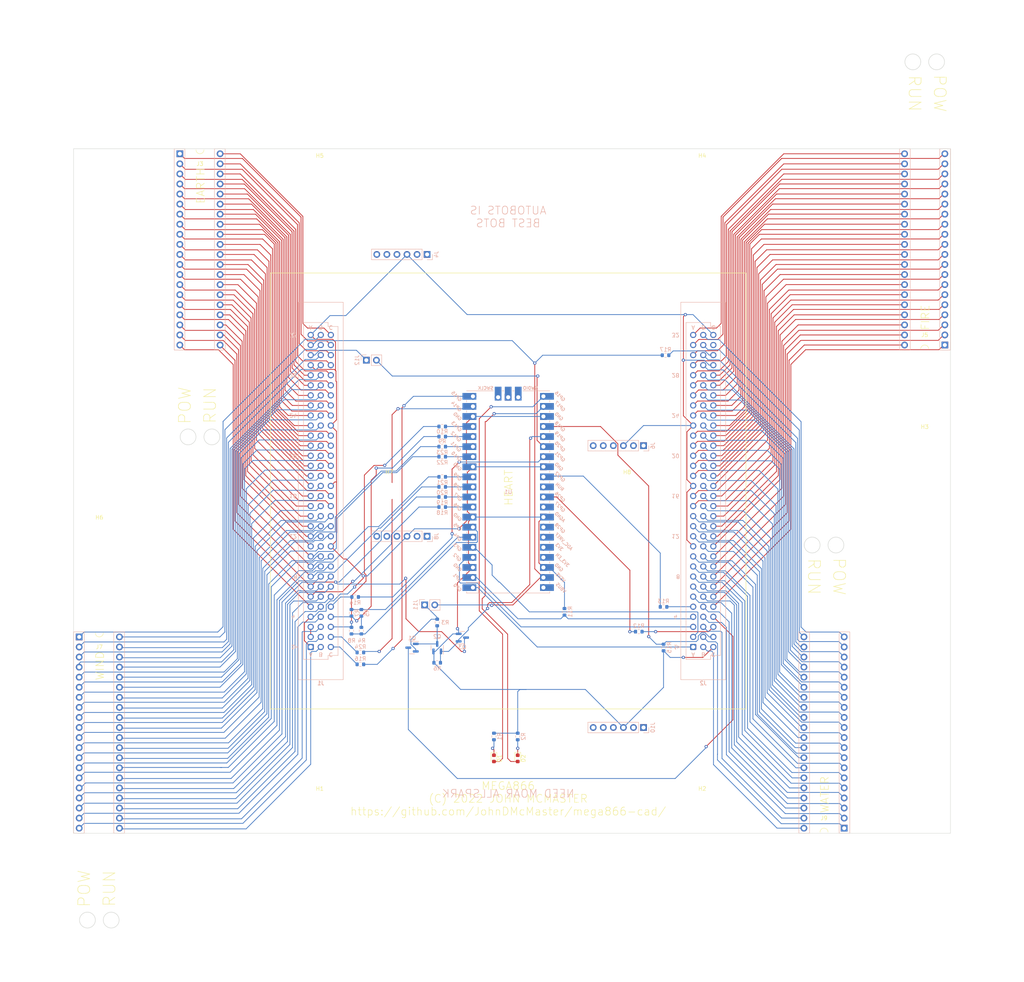
<source format=kicad_pcb>
(kicad_pcb (version 20211014) (generator pcbnew)
  (layers (0 "F.Cu" signal) (31 "B.Cu" signal) (34 "B.Paste" user) (35 "F.Paste" user) (36 "B.SilkS" user "B.Silkscreen") (37 "F.SilkS" user "F.Silkscreen") (38 "B.Mask" user) (39 "F.Mask" user) (44 "Edge.Cuts" user))
  (net 0 "")
  (net 1 "Net-(D1-Pad1)")
  (net 2 "LED1")
  (net 3 "Net-(D2-Pad1)")
  (net 4 "LED2")
  (net 5 "P2R")
  (net 6 "COIL_GPIO")
  (net 8 "VCC")
  (net 9 "COIL_EN")
  (net 10 "GND")
  (net 11 "G043")
  (net 12 "+3V3")
  (net 13 "I2C SCL")
  (net 14 "I2C SDA")
  (net 15 "Net-(J1-PadC4)")
  (net 16 "Net-(J1-PadC3)")
  (net 17 "UART1")
  (net 18 "UART2")
  (net 20 "SM2_C3")
  (net 21 "Net-(R12-Pad2)")
  (net 22 "SM2_A5")
  (net 23 "Net-(R13-Pad2)")
  (net 24 "SM1_C5")
  (net 25 "Net-(R14-Pad2)")
  (net 26 "SM_DET")
  (net 27 "Net-(J2-PadC30)")
  (net 28 "G033")
  (net 29 "G033_GPIO")
  (net 30 "G037")
  (net 31 "G037_GPIO")
  (net 32 "G039")
  (net 33 "G039_GPIO")
  (net 34 "G041")
  (net 35 "G041_GPIO")
  (net 36 "G043_GPIO")
  (net 37 "G045")
  (net 38 "G045_GPIO")
  (net 42 "BPM_SR_D")
  (net 43 "BPM_SR_CLK")
  (net 64 "Net-(J11-Pad1)")
  (net 70 "EEPROM_CS")
  (net 71 "EEPROM_DO")
  (net 72 "EEPROM_CLK")
  (net 73 "EEPROM_DI")
  (net 74 "G001")
  (net 75 "G005")
  (net 76 "G009")
  (net 77 "G013")
  (net 78 "G017")
  (net 79 "G021")
  (net 80 "G025")
  (net 81 "G029")
  (net 82 "G049")
  (net 83 "G053")
  (net 84 "G057")
  (net 85 "G061")
  (net 86 "G065")
  (net 87 "G069")
  (net 88 "G073")
  (net 89 "G077")
  (net 90 "G079")
  (net 91 "G075")
  (net 92 "G071")
  (net 93 "G067")
  (net 94 "G063")
  (net 95 "G059")
  (net 96 "G055")
  (net 97 "G051")
  (net 98 "G047")
  (net 99 "G035")
  (net 100 "G031")
  (net 101 "G027")
  (net 102 "G023")
  (net 103 "G019")
  (net 104 "G015")
  (net 105 "G011")
  (net 106 "G007")
  (net 107 "G003")
  (net 108 "G081")
  (net 109 "G085")
  (net 110 "G089")
  (net 111 "G093")
  (net 112 "G097")
  (net 113 "G101")
  (net 114 "G105")
  (net 115 "G109")
  (net 116 "G113")
  (net 117 "G117")
  (net 118 "G121")
  (net 119 "G125")
  (net 120 "G129")
  (net 121 "G133")
  (net 122 "G137")
  (net 123 "G141")
  (net 124 "G145")
  (net 125 "G149")
  (net 126 "G153")
  (net 127 "G157")
  (net 128 "G159")
  (net 129 "G155")
  (net 130 "G151")
  (net 131 "G147")
  (net 132 "G143")
  (net 133 "G139")
  (net 134 "G135")
  (net 135 "G131")
  (net 136 "G127")
  (net 137 "G123")
  (net 138 "G119")
  (net 139 "G115")
  (net 140 "G111")
  (net 141 "G107")
  (net 142 "G103")
  (net 143 "G099")
  (net 144 "G095")
  (net 145 "G091")
  (net 146 "G087")
  (net 147 "G083")
  (net 148 "G080")
  (net 149 "G076")
  (net 150 "G072")
  (net 151 "G068")
  (net 152 "G064")
  (net 153 "G060")
  (net 154 "G056")
  (net 155 "G052")
  (net 156 "G048")
  (net 157 "G044")
  (net 158 "G040")
  (net 159 "G036")
  (net 160 "G032")
  (net 161 "G028")
  (net 162 "G024")
  (net 163 "G020")
  (net 164 "G016")
  (net 165 "G012")
  (net 166 "G008")
  (net 167 "G004")
  (net 168 "G002")
  (net 169 "G006")
  (net 170 "G010")
  (net 171 "G014")
  (net 172 "G018")
  (net 173 "G022")
  (net 174 "G026")
  (net 175 "G030")
  (net 176 "G034")
  (net 177 "G038")
  (net 178 "G042")
  (net 179 "G046")
  (net 180 "G050")
  (net 181 "G054")
  (net 182 "G058")
  (net 183 "G062")
  (net 184 "G066")
  (net 185 "G070")
  (net 186 "G074")
  (net 187 "G078")
  (net 188 "G160")
  (net 189 "G156")
  (net 190 "G152")
  (net 191 "G148")
  (net 192 "G144")
  (net 193 "G140")
  (net 194 "G136")
  (net 195 "G132")
  (net 196 "G128")
  (net 197 "G124")
  (net 198 "G120")
  (net 199 "G116")
  (net 200 "G112")
  (net 201 "G108")
  (net 202 "G104")
  (net 203 "G100")
  (net 204 "G096")
  (net 205 "G092")
  (net 206 "G088")
  (net 207 "G084")
  (net 208 "G082")
  (net 209 "G086")
  (net 210 "G090")
  (net 211 "G094")
  (net 212 "G098")
  (net 213 "G102")
  (net 214 "G106")
  (net 215 "G110")
  (net 216 "G114")
  (net 217 "G118")
  (net 218 "G122")
  (net 219 "G126")
  (net 220 "G130")
  (net 221 "G134")
  (net 222 "G138")
  (net 223 "G142")
  (net 224 "G146")
  (net 225 "G150")
  (net 226 "G154")
  (net 227 "G158")
  (net 228 "Net-(J1-PadA2)")
  (net 229 "COILP")
  (net 231 "Net-(Q1-Pad1)")
  (net 232 "Net-(J1-PadC1)")
  (net 233 "Net-(J1-PadC2)")
  (footprint "MountingHole:MountingHole_4.3mm_M4_DIN965" (layer "F.Cu") (at 186.2625 10.14)
    (fp_text reference "H4")
    (fp_text value "MountingHole")
  )
  (footprint "mega866:tl866" (layer "F.Cu") (at 217 175.09 180)
    (fp_text reference "J9")
    (fp_text value "tl866_dip40")
    (fp_circle (center 3 71.4492) (end 5 71.4492) (layer "Edge.Cuts") (width 0.12) (fill none))
    (fp_circle (center -3 71.4492) (end -1 71.4492) (layer "Edge.Cuts") (width 0.12) (fill none))
  )
  (footprint "MountingHole:MountingHole_4.3mm_M4_DIN965" (layer "F.Cu") (at 107.291309 90)
    (fp_text reference "H7")
    (fp_text value "MountingHole")
  )
  (footprint "MountingHole:MountingHole_4.3mm_M4_DIN965" (layer "F.Cu") (at 89.7425 169.87)
    (fp_text reference "H1")
    (fp_text value "MountingHole")
  )
  (footprint "mega866:tl866" (layer "F.Cu") (at 34.12 126.83)
    (fp_text reference "J7")
    (fp_text value "tl866_dip40")
    (fp_circle (center 3 71.4492) (end 5 71.4492) (layer "Edge.Cuts") (width 0.12) (fill none))
    (fp_circle (center -3 71.4492) (end -1 71.4492) (layer "Edge.Cuts") (width 0.12) (fill none))
  )
  (footprint "LED_SMD:LED_0603_1608Metric" (layer "F.Cu") (at 133.7 157.48 -90)
    (fp_text reference "D1")
    (fp_text value "LED")
  )
  (footprint "mega866:tl866" (layer "F.Cu") (at 59.52 4.91)
    (fp_text reference "J3")
    (fp_text value "tl866_dip40")
    (fp_circle (center -3 71.4492) (end -1 71.4492) (layer "Edge.Cuts") (width 0.12) (fill none))
    (fp_circle (center 3 71.4492) (end 5 71.4492) (layer "Edge.Cuts") (width 0.12) (fill none))
  )
  (footprint "MountingHole:MountingHole_4.3mm_M4_DIN965" (layer "F.Cu") (at 34.12 101.43)
    (fp_text reference "H6")
    (fp_text value "MountingHole")
  )
  (footprint "MountingHole:MountingHole_4.3mm_M4_DIN965" (layer "F.Cu") (at 89.7425 10.14)
    (fp_text reference "H5")
    (fp_text value "MountingHole")
  )
  (footprint "MountingHole:MountingHole_4.3mm_M4_DIN965" (layer "F.Cu") (at 242.4 78.57)
    (fp_text reference "H3")
    (fp_text value "MountingHole")
  )
  (footprint "LED_SMD:LED_0603_1608Metric" (layer "F.Cu") (at 139.7 157.48 -90)
    (fp_text reference "D2")
    (fp_text value "LED")
  )
  (footprint "mega866:tl866" (layer "F.Cu") (at 242.4 53.17 180)
    (fp_text reference "J5")
    (fp_text value "tl866_dip40")
    (fp_circle (center 3 71.4492) (end 5 71.4492) (layer "Edge.Cuts") (width 0.12) (fill none))
    (fp_circle (center -3 71.4492) (end -1 71.4492) (layer "Edge.Cuts") (width 0.12) (fill none))
  )
  (footprint "MountingHole:MountingHole_4.3mm_M4_DIN965" (layer "F.Cu") (at 186.2625 169.87)
    (fp_text reference "H2")
    (fp_text value "MountingHole")
  )
  (footprint "MountingHole:MountingHole_4.3mm_M4_DIN965" (layer "F.Cu") (at 167.291309 90)
    (fp_text reference "H8")
    (fp_text value "MountingHole")
  )
  (footprint "Resistor_SMD:R_0603_1608Metric" (layer "B.Cu") (at 97.75 125.25 90)
    (fp_text reference "R8")
    (fp_text value "NOLOAD")
  )
  (footprint "Resistor_SMD:R_0603_1608Metric" (layer "B.Cu") (at 98.675 116.75)
    (fp_text reference "R14")
    (fp_text value "0")
  )
  (footprint "mega866:5650470-5" (layer "B.Cu") (at 186.52 90)
    (fp_text reference "J2")
    (fp_text value "ZSM1-SM2")
  )
  (footprint "Resistor_SMD:R_0603_1608Metric" (layer "B.Cu") (at 100 133.75 180)
    (fp_text reference "R16")
    (fp_text value "0")
  )
  (footprint "Resistor_SMD:R_0603_1608Metric" (layer "B.Cu") (at 120.65 81.355)
    (fp_text reference "R22")
    (fp_text value "0")
  )
  (footprint "Resistor_SMD:R_0603_1608Metric" (layer "B.Cu") (at 170.25 125.5 180)
    (fp_text reference "R12")
    (fp_text value "0")
  )
  (footprint "Resistor_SMD:R_0603_1608Metric" (layer "B.Cu") (at 120.65 78.815)
    (fp_text reference "R23")
    (fp_text value "0")
  )
  (footprint "Resistor_SMD:R_0603_1608Metric" (layer "B.Cu") (at 139.7 151.95 90)
    (fp_text reference "R2")
    (fp_text value "R")
  )
  (footprint "Resistor_SMD:R_0603_1608Metric" (layer "B.Cu") (at 133.7 151.95 90)
    (fp_text reference "R1")
    (fp_text value "R")
  )
  (footprint "Resistor_SMD:R_0603_1608Metric" (layer "B.Cu") (at 120.65 88.975)
    (fp_text reference "R20")
    (fp_text value "0")
  )
  (footprint "Resistor_SMD:R_0603_1608Metric" (layer "B.Cu") (at 120.65 76.275)
    (fp_text reference "R9")
    (fp_text value "NOLOAD")
  )
  (footprint "Resistor_SMD:R_0603_1608Metric" (layer "B.Cu") (at 177 55.75 180)
    (fp_text reference "R17")
    (fp_text value "4.7K")
  )
  (footprint "Resistor_SMD:R_0603_1608Metric" (layer "B.Cu") (at 100 130.75 180)
    (fp_text reference "R24")
    (fp_text value "0")
  )
  (footprint "Package_TO_SOT_SMD:SOT-23" (layer "B.Cu") (at 119.38 129.54 90)
    (fp_text reference "Q2")
    (fp_text value "2N7002")
  )
  (footprint "Resistor_SMD:R_0603_1608Metric" (layer "B.Cu") (at 119.38 133.35)
    (fp_text reference "R6")
    (fp_text value "47k")
  )
  (footprint "mega866:RPi_Pico_SMD_TH" (layer "B.Cu") (at 137.291309 90.245)
    (fp_text reference "U1")
    (fp_text value "Pico")
  )
  (footprint "Resistor_SMD:R_0603_1608Metric" (layer "B.Cu") (at 97.75 120.75 90)
    (fp_text reference "R7")
    (fp_text value "NOLOAD")
  )
  (footprint "Resistor_SMD:R_0603_1608Metric" (layer "B.Cu") (at 119.38 123.19 90)
    (fp_text reference "R3")
    (fp_text value "47k")
  )
  (footprint "Resistor_SMD:R_0603_1608Metric" (layer "B.Cu") (at 176.5 119.25 180)
    (fp_text reference "R13")
    (fp_text value "0")
  )
  (footprint "Package_TO_SOT_SMD:SOT-23" (layer "B.Cu") (at 113.03 129.54 180)
    (fp_text reference "Q1")
    (fp_text value "BSS84")
  )
  (footprint "Connector_PinHeader_2.54mm:PinHeader_1x02_P2.54mm_Vertical" (layer "B.Cu") (at 101.5 57 -90)
    (fp_text reference "J12")
    (fp_text value "Conn_01x02_Male")
  )
  (footprint "Resistor_SMD:R_0603_1608Metric" (layer "B.Cu") (at 120.65 94.055)
    (fp_text reference "R18")
    (fp_text value "0")
  )
  (footprint "Connector_PinHeader_2.54mm:PinHeader_1x06_P2.54mm_Vertical" (layer "B.Cu") (at 171.45 78.57 90)
    (fp_text reference "J6")
    (fp_text value "Conn_01x06_Male")
  )
  (footprint "Resistor_SMD:R_0603_1608Metric" (layer "B.Cu") (at 100.25 125.25 -90)
    (fp_text reference "R4")
    (fp_text value "4.7k")
  )
  (footprint "mega866:5650470-5" (layer "B.Cu") (at 90 90)
    (fp_text reference "J1")
    (fp_text value "ZSM1-SM1")
  )
  (footprint "Connector_PinHeader_2.54mm:PinHeader_1x06_P2.54mm_Vertical" (layer "B.Cu") (at 116.84 30.31 90)
    (fp_text reference "J4")
    (fp_text value "Conn_01x06_Male")
  )
  (footprint "Resistor_SMD:R_0603_1608Metric" (layer "B.Cu") (at 120.65 91.515)
    (fp_text reference "R19")
    (fp_text value "0")
  )
  (footprint "Connector_PinHeader_2.54mm:PinHeader_1x02_P2.54mm_Vertical" (layer "B.Cu") (at 116.225 118.75 -90)
    (fp_text reference "J11")
    (fp_text value "Conn_01x02_Male")
  )
  (footprint "Resistor_SMD:R_0603_1608Metric" (layer "B.Cu") (at 176.5 129.5 90)
    (fp_text reference "R15")
    (fp_text value "100k")
  )
  (footprint "Resistor_SMD:R_0603_1608Metric" (layer "B.Cu") (at 120.65 73.735 180)
    (fp_text reference "R10")
    (fp_text value "NOLOAD")
  )
  (footprint "Resistor_SMD:R_0603_1608Metric" (layer "B.Cu") (at 100.25 120.75 90)
    (fp_text reference "R5")
    (fp_text value "4.7k")
  )
  (footprint "Package_TO_SOT_SMD:SOT-23" (layer "B.Cu") (at 125.73 127)
    (fp_text reference "Q3")
    (fp_text value "2N7002")
  )
  (footprint "Resistor_SMD:R_0603_1608Metric" (layer "B.Cu") (at 120.65 86.435)
    (fp_text reference "R21")
    (fp_text value "0")
  )
  (footprint "Connector_PinHeader_2.54mm:PinHeader_1x06_P2.54mm_Vertical" (layer "B.Cu") (at 116.84 101.43 90)
    (fp_text reference "J8")
    (fp_text value "Conn_01x06_Male")
  )
  (footprint "Connector_PinHeader_2.54mm:PinHeader_1x06_P2.54mm_Vertical" (layer "B.Cu") (at 171.45 149.69 90)
    (fp_text reference "J10")
    (fp_text value "Conn_01x06_Male")
  )
  (footprint "Resistor_SMD:R_0603_1608Metric" (layer "B.Cu") (at 151.5 120.5 90)
    (fp_text reference "R11")
    (fp_text value "4.7k")
  )
  (gr_rect locked (start 77.291309 35) (end 197.291309 145) (layer "F.SilkS") (width 0.15) (fill none))
  (gr_rect (start 27.62 3.64) (end 248.9 176.37) (layer "Edge.Cuts") (width 0.1) (fill none))
  (gr_text "NEED MOAR ALLSPARK" (at 137.291309 166.37) (layer "B.SilkS") (effects (font (size 2 2)) (justify mirror)))
  (gr_text "AUTOBOTS IS\nBEST BOTS" (at 137.291309 20.828) (layer "B.SilkS") (effects (font (size 2 2)) (justify mirror)))
  (gr_text "EARTH" (at 59.69 12.954 90) (layer "F.SilkS") (effects (font (size 2 2))))
  (gr_text "MEGA866\n(C) 2022 JOHN MCMASTER\nhttps://github.com/JohnDMcMaster/mega866-cad/" (at 137.291309 167.64) (layer "F.SilkS") (effects (font (size 2 2))))
  (gr_text "WIND" (at 34.29 134.112 90) (layer "F.SilkS") (effects (font (size 2 2))))
  (gr_text "WATER" (at 217.17 166.624 90) (layer "F.SilkS") (effects (font (size 2 2))))
  (gr_text "HEART" (at 137.414 89.154 90) (layer "F.SilkS") (effects (font (size 2 2))))
  (gr_text "FIRE" (at 242.57 46.228 90) (layer "F.SilkS") (effects (font (size 2 2))))
  (segment (start 133.7 155.29) (end 133.7 156.6925) (width 0.19) (layer "F.Cu") (net 1))
  (segment (start 133.35 154.94) (end 133.7 155.29) (width 0.19) (layer "F.Cu") (net 1))
  (via (at 133.35 154.94) (size 0.8) (drill 0.4) (layers "F.Cu" "B.Cu") (net 1))
  (segment (start 133.7 154.59) (end 133.35 154.94) (width 0.19) (layer "B.Cu") (net 1))
  (segment (start 133.7 152.775) (end 133.7 154.59) (width 0.19) (layer "B.Cu") (net 1))
  (segment (start 133 68.75) (end 130 71.75) (width 0.19) (layer "F.Cu") (net 2))
  (segment (start 135.1025 158.2675) (end 133.7 158.2675) (width 0.19) (layer "F.Cu") (net 2))
  (segment (start 130 71.75) (end 130 120.25) (width 0.19) (layer "F.Cu") (net 2))
  (segment (start 135.89 126.14) (end 135.89 157.48) (width 0.19) (layer "F.Cu") (net 2))
  (segment (start 135.89 157.48) (end 135.1025 158.2675) (width 0.19) (layer "F.Cu") (net 2))
  (segment (start 130 120.25) (end 135.89 126.14) (width 0.19) (layer "F.Cu") (net 2))
  (via (at 133 68.75) (size 0.8) (drill 0.4) (layers "F.Cu" "B.Cu") (net 2))
  (segment (start 143.546309 68.75) (end 146.181309 66.115) (width 0.19) (layer "B.Cu") (net 2))
  (segment (start 133 68.75) (end 143.546309 68.75) (width 0.19) (layer "B.Cu") (net 2))
  (segment (start 139.7 156.6925) (end 139.7 154.94) (width 0.19) (layer "F.Cu") (net 3))
  (via (at 139.7 154.94) (size 0.8) (drill 0.4) (layers "F.Cu" "B.Cu") (net 3))
  (segment (start 139.7 152.775) (end 139.7 154.94) (width 0.19) (layer "B.Cu") (net 3))
  (segment (start 131.75 72.5) (end 133.75 70.5) (width 0.19) (layer "F.Cu") (net 4))
  (segment (start 130.74 117.17) (end 131.5 116.41) (width 0.19) (layer "F.Cu") (net 4))
  (segment (start 137.9475 158.2675) (end 137.16 157.48) (width 0.19) (layer "F.Cu") (net 4))
  (segment (start 131.5 116.41) (end 131.5 72.5) (width 0.19) (layer "F.Cu") (net 4))
  (segment (start 139.7 158.2675) (end 137.9475 158.2675) (width 0.19) (layer "F.Cu") (net 4))
  (segment (start 131.5 72.5) (end 131.75 72.5) (width 0.19) (layer "F.Cu") (net 4))
  (segment (start 137.16 157.48) (end 137.16 126.15) (width 0.19) (layer "F.Cu") (net 4))
  (segment (start 130.74 119.73) (end 130.74 117.17) (width 0.19) (layer "F.Cu") (net 4))
  (segment (start 137.16 126.15) (end 130.74 119.73) (width 0.19) (layer "F.Cu") (net 4))
  (via (at 133.75 70.5) (size 0.8) (drill 0.4) (layers "F.Cu" "B.Cu") (net 4))
  (segment (start 144.336309 70.5) (end 133.75 70.5) (width 0.19) (layer "B.Cu") (net 4))
  (segment (start 146.181309 68.655) (end 144.336309 70.5) (width 0.19) (layer "B.Cu") (net 4))
  (segment (start 88.500933 55.71) (end 89.710933 54.5) (width 0.19) (layer "B.Cu") (net 5))
  (segment (start 99 54.5) (end 101.5 57) (width 0.19) (layer "B.Cu") (net 5))
  (segment (start 87.46 55.71) (end 88.500933 55.71) (width 0.19) (layer "B.Cu") (net 5))
  (segment (start 89.710933 54.5) (end 99 54.5) (width 0.19) (layer "B.Cu") (net 5))
  (segment (start 144.75 61) (end 144.581434 61.168566) (width 0.19) (layer "F.Cu") (net 6))
  (segment (start 144.581434 77.215125) (end 146.181309 78.815) (width 0.19) (layer "F.Cu") (net 6))
  (segment (start 144.581434 61.168566) (end 144.581434 77.215125) (width 0.19) (layer "F.Cu") (net 6))
  (via (at 144.75 61) (size 0.8) (drill 0.4) (layers "F.Cu" "B.Cu") (net 6))
  (segment (start 104.04 57) (end 108.04 61) (width 0.19) (layer "B.Cu") (net 6))
  (segment (start 108.04 61) (end 144.75 61) (width 0.19) (layer "B.Cu") (net 6))
  (segment (start 138.5 118.75) (end 133.25 118.75) (width 0.19) (layer "F.Cu") (net 8))
  (segment (start 144 57.75) (end 144 109.653691) (width 0.19) (layer "F.Cu") (net 8))
  (segment (start 145.415 111.835) (end 138.5 118.75) (width 0.19) (layer "F.Cu") (net 8))
  (segment (start 133.25 118.75) (end 133.140985 118.859015) (width 0.19) (layer "F.Cu") (net 8))
  (segment (start 146.181309 111.835) (end 145.415 111.835) (width 0.19) (layer "F.Cu") (net 8))
  (segment (start 144 109.653691) (end 146.181309 111.835) (width 0.19) (layer "F.Cu") (net 8))
  (via (at 144 57.75) (size 0.8) (drill 0.4) (layers "F.Cu" "B.Cu") (net 8))
  (via (at 133.140985 118.859015) (size 0.8) (drill 0.4) (layers "F.Cu" "B.Cu") (net 8))
  (segment (start 176.175 55.75) (end 146 55.75) (width 0.19) (layer "B.Cu") (net 8))
  (segment (start 138.3132 52.0632) (end 144 57.75) (width 0.19) (layer "B.Cu") (net 8))
  (segment (start 133.140985 118.859015) (end 133.03197 118.75) (width 0.19) (layer "B.Cu") (net 8))
  (segment (start 146 55.75) (end 144 57.75) (width 0.19) (layer "B.Cu") (net 8))
  (segment (start 87.46 53.17) (end 87.956401 53.17) (width 0.19) (layer "B.Cu") (net 8))
  (segment (start 87.956401 53.17) (end 89.063201 52.0632) (width 0.19) (layer "B.Cu") (net 8))
  (segment (start 133.03197 118.75) (end 118.765 118.75) (width 0.19) (layer "B.Cu") (net 8))
  (segment (start 89.063201 52.0632) (end 138.3132 52.0632) (width 0.19) (layer "B.Cu") (net 8))
  (segment (start 138.185985 118.174015) (end 132.555985 118.174015) (width 0.19) (layer "F.Cu") (net 9))
  (segment (start 132.555985 118.174015) (end 132.09 118.64) (width 0.19) (layer "F.Cu") (net 9))
  (segment (start 142.74 113.62) (end 138.185985 118.174015) (width 0.19) (layer "F.Cu") (net 9))
  (segment (start 142.74 76.89) (end 142.74 113.62) (width 0.19) (layer "F.Cu") (net 9))
  (segment (start 132.09 118.64) (end 132.09 119.63) (width 0.19) (layer "F.Cu") (net 9))
  (segment (start 142.94 76.69) (end 142.74 76.89) (width 0.19) (layer "F.Cu") (net 9))
  (via (at 142.94 76.69) (size 0.8) (drill 0.4) (layers "F.Cu" "B.Cu") (net 9))
  (via (at 132.09 119.63) (size 0.8) (drill 0.4) (layers "F.Cu" "B.Cu") (net 9))
  (segment (start 122.265 130.4775) (end 124.7925 127.95) (width 0.19) (layer "B.Cu") (net 9))
  (segment (start 127.23 125.084817) (end 124.7925 127.522317) (width 0.19) (layer "B.Cu") (net 9))
  (segment (start 124.7925 127.522317) (end 124.7925 127.95) (width 0.19) (layer "B.Cu") (net 9))
  (segment (start 143.355 76.275) (end 142.94 76.69) (width 0.19) (layer "B.Cu") (net 9))
  (segment (start 120.33 130.4775) (end 122.265 130.4775) (width 0.19) (layer "B.Cu") (net 9))
  (segment (start 146.181309 76.275) (end 143.355 76.275) (width 0.19) (layer "B.Cu") (net 9))
  (segment (start 132.09 119.63) (end 127.23 124.49) (width 0.19) (layer "B.Cu") (net 9))
  (segment (start 120.205 133.35) (end 120.205 130.6025) (width 0.19) (layer "B.Cu") (net 9))
  (segment (start 120.205 130.6025) (end 120.33 130.4775) (width 0.19) (layer "B.Cu") (net 9))
  (segment (start 127.23 124.49) (end 127.23 125.084817) (width 0.19) (layer "B.Cu") (net 9))
  (segment (start 128.401309 83.895) (end 127 85.296309) (width 0.19) (layer "F.Cu") (net 10))
  (segment (start 145.046309 97.73) (end 146.181309 96.595) (width 0.19) (layer "F.Cu") (net 10))
  (segment (start 92.54 73.49) (end 93.96 74.91) (width 0.19) (layer "F.Cu") (net 10))
  (segment (start 127 95.193691) (end 128.401309 96.595) (width 0.19) (layer "F.Cu") (net 10))
  (segment (start 100.734015 111.434015) (end 96.48 107.18) (width 0.19) (layer "F.Cu") (net 10))
  (segment (start 127.266309 108.16) (end 127.266309 97.73) (width 0.19) (layer "F.Cu") (net 10))
  (segment (start 124.5 113.196309) (end 128.401309 109.295) (width 0.19) (layer "F.Cu") (net 10))
  (segment (start 93.03 51.73) (end 88.56 51.73) (width 0.19) (layer "F.Cu") (net 10))
  (segment (start 126.75 83) (end 127.645 83.895) (width 0.19) (layer "F.Cu") (net 10))
  (segment (start 127 85.296309) (end 127 95.193691) (width 0.19) (layer "F.Cu") (net 10))
  (segment (start 182.39841 75.07159) (end 183.98 73.49) (width 0.19) (layer "F.Cu") (net 10))
  (segment (start 181.5 46) (end 182 45.5) (width 0.19) (layer "F.Cu") (net 10))
  (segment (start 182.39841 87.14841) (end 182.39841 75.07159) (width 0.19) (layer "F.Cu") (net 10))
  (segment (start 96.48 107.18) (end 95.75 107.18) (width 0.19) (layer "F.Cu") (net 10))
  (segment (start 181.5 132) (end 186.43 132) (width 0.19) (layer "F.Cu") (net 10))
  (segment (start 93.55 87.72) (end 92.54 88.73) (width 0.19) (layer "F.Cu") (net 10))
  (segment (start 93.83 62.3) (end 93.83 59.71) (width 0.19) (layer "F.Cu") (net 10))
  (segment (start 93.96 87.72) (end 93.96 102.55) (width 0.19) (layer "F.Cu") (net 10))
  (segment (start 183.98 88.73) (end 182.39841 87.14841) (width 0.19) (layer "F.Cu") (net 10))
  (segment (start 183.98 73.49) (end 181.5 71.01) (width 0.19) (layer "F.Cu") (net 10))
  (segment (start 87.46 121.75) (end 85.88 123.33) (width 0.19) (layer "F.Cu") (net 10))
  (segment (start 181.5 71.01) (end 181.5 57) (width 0.19) (layer "F.Cu") (net 10))
  (segment (start 127.645 83.895) (end 128.401309 83.895) (width 0.19) (layer "F.Cu") (net 10))
  (segment (start 98.53 114.22) (end 100.734015 112.015985) (width 0.19) (layer "F.Cu") (net 10))
  (segment (start 92.54 73.49) (end 93.97 72.06) (width 0.19) (layer "F.Cu") (net 10))
  (segment (start 146.181309 109.295) (end 145.046309 108.16) (width 0.19) (layer "F.Cu") (net 10))
  (segment (start 93.96 102.55) (end 92.54 103.97) (width 0.19) (layer "F.Cu") (net 10))
  (segment (start 85.88 127.79) (end 87.46 129.37) (width 0.19) (layer "F.Cu") (net 10))
  (segment (start 93.441 59.321) (end 88.531 59.321) (width 0.19) (layer "F.Cu") (net 10))
  (segment (start 182.39841 90.31159) (end 183.98 88.73) (width 0.19) (layer "F.Cu") (net 10))
  (segment (start 93.96 87.72) (end 93.55 87.72) (width 0.19) (layer "F.Cu") (net 10))
  (segment (start 127.266309 97.73) (end 128.401309 96.595) (width 0.19) (layer "F.Cu") (net 10))
  (segment (start 93.735 59.615) (end 93.441 59.321) (width 0.19) (layer "F.Cu") (net 10))
  (segment (start 182.39841 102.38841) (end 182.39841 90.31159) (width 0.19) (layer "F.Cu") (net 10))
  (segment (start 95.75 107.18) (end 92.54 103.97) (width 0.19) (layer "F.Cu") (net 10))
  (segment (start 93.97 62.44) (end 93.83 62.3) (width 0.19) (layer "F.Cu") (net 10))
  (segment (start 100.734015 112.015985) (end 100.734015 111.434015) (width 0.19) (layer "F.Cu") (net 10))
  (segment (start 93.83 59.71) (end 93.735 59.615) (width 0.19) (layer "F.Cu") (net 10))
  (segment (start 93.96 74.91) (end 93.96 87.72) (width 0.19) (layer "F.Cu") (net 10))
  (segment (start 85.88 123.33) (end 85.88 127.79) (width 0.19) (layer "F.Cu") (net 10))
  (segment (start 93.735 59.615) (end 93.735 52.435) (width 0.19) (layer "F.Cu") (net 10))
  (segment (start 186.43 132) (end 189.06 129.37) (width 0.19) (layer "F.Cu") (net 10))
  (segment (start 93.97 72.06) (end 93.97 62.44) (width 0.19) (layer "F.Cu") (net 10))
  (segment (start 126.75 72.846309) (end 126.75 83) (width 0.19) (layer "F.Cu") (net 10))
  (segment (start 93.735 52.435) (end 93.03 51.73) (width 0.19) (layer "F.Cu") (net 10))
  (segment (start 128.401309 109.295) (end 127.266309 108.16) (width 0.19) (layer "F.Cu") (net 10))
  (segment (start 124.85 99.52) (end 127.775 96.595) (width 0.19) (layer "F.Cu") (net 10))
  (segment (start 183.98 103.97) (end 182.39841 102.38841) (width 0.19) (layer "F.Cu") (net 10))
  (segment (start 145.046309 108.16) (end 145.046309 97.73) (width 0.19) (layer "F.Cu") (net 10))
  (segment (start 128.401309 71.195) (end 126.75 72.846309) (width 0.19) (layer "F.Cu") (net 10))
  (segment (start 88.531 59.321) (end 87.46 58.25) (width 0.19) (layer "F.Cu") (net 10))
  (segment (start 181.5 57) (end 181.5 46) (width 0.19) (layer "F.Cu") (net 10))
  (segment (start 127.775 96.595) (end 128.401309 96.595) (width 0.19) (layer "F.Cu") (net 10))
  (segment (start 124.5 124.75) (end 124.5 113.196309) (width 0.19) (layer "F.Cu") (net 10))
  (segment (start 88.56 51.73) (end 87.46 50.63) (width 0.19) (layer "F.Cu") (net 10))
  (via (at 124.5 124.75) (size 0.8) (drill 0.4) (layers "F.Cu" "B.Cu") (net 10))
  (via (at 124.85 99.52) (size 0.8) (drill 0.4) (layers "F.Cu" "B.Cu") (net 10))
  (via (at 98.53 114.22) (size 0.8) (drill 0.4) (layers "F.Cu" "B.Cu") (net 10))
  (via (at 181.5 57) (size 0.8) (drill 0.4) (layers "F.Cu" "B.Cu") (net 10))
  (via (at 100.734015 111.434015) (size 0.8) (drill 0.4) (layers "F.Cu" "B.Cu") (net 10))
  (via (at 182 45.5) (size 0.8) (drill 0.4) (layers "F.Cu" "B.Cu") (net 10))
  (via (at 181.5 132) (size 0.8) (drill 0.4) (layers "F.Cu" "B.Cu") (net 10))
  (segment (start 88.23 121.75) (end 89.61 120.37) (width 0.19) (layer "B.Cu") (net 10))
  (segment (start 91.38 120.26) (end 91.38 118.72) (width 0.19) (layer "B.Cu") (net 10))
  (segment (start 94.94 116) (end 96.75 116) (width 0.19) (layer "B.Cu") (net 10))
  (segment (start 133.7 151.125) (end 139.7 151.125) (width 0.19) (layer "B.Cu") (net 10))
  (segment (start 118.555 130.6025) (end 118.43 130.4775) (width 0.19) (layer "B.Cu") (net 10))
  (segment (start 118.555 133.35) (end 118.555 130.6025) (width 0.19) (layer "B.Cu") (net 10))
  (segment (start 189.06 50.63) (end 183.93 45.5) (width 0.19) (layer "B.Cu") (net 10))
  (segment (start 147.711309 109.295) (end 151.5 113.083691) (width 0.19) (layer "B.Cu") (net 10))
  (segment (start 96.75 116) (end 98.53 114.22) (width 0.19) (layer "B.Cu") (net 10))
  (segment (start 146.181309 96.595) (end 128.401309 96.595) (width 0.19) (layer "B.Cu") (net 10))
  (segment (start 151.5 113.083691) (end 151.5 119.675) (width 0.19) (layer "B.Cu") (net 10))
  (segment (start 176.5 139.56) (end 166.37 149.69) (width 0.19) (layer "B.Cu") (net 10))
  (segment (start 156.755 140.075) (end 166.37 149.69) (width 0.19) (layer "B.Cu") (net 10))
  (segment (start 92.34 45.75) (end 96.32 45.75) (width 0.19) (layer "B.Cu") (net 10))
  (segment (start 183.93 45.5) (end 182 45.5) (width 0.19) (layer "B.Cu") (net 10))
  (segment (start 178.175 132) (end 181.5 132) (width 0.19) (layer "B.Cu") (net 10))
  (segment (start 118.914251 130.4775) (end 118.43 130.4775) (width 0.19) (layer "B.Cu") (net 10))
  (segment (start 140.25 140.075) (end 156.755 140.075) (width 0.19) (layer "B.Cu") (net 10))
  (segment (start 124.7925 125.0425) (end 124.5 124.75) (width 0.19) (layer "B.Cu") (net 10))
  (segment (start 93.21 117.73) (end 94.94 116) (width 0.19) (layer "B.Cu") (net 10))
  (segment (start 126.95 45.5) (end 111.76 30.31) (width 0.19) (layer "B.Cu") (net 10))
  (segment (start 188.019067 58.25) (end 186.769067 57) (width 0.19) (layer "B.Cu") (net 10))
  (segment (start 125.28 140.075) (end 118.555 133.35) (width 0.19) (layer "B.Cu") (net 10))
  (segment (start 124.83 99.54) (end 124.85 99.52) (width 0.19) (layer "B.Cu") (net 10))
  (segment (start 176.5 130.325) (end 178.175 132) (width 0.19) (layer "B.Cu") (net 10))
  (segment (start 91.27 120.37) (end 91.38 120.26) (width 0.19) (layer "B.Cu") (net 10))
  (segment (start 123.341751 126.05) (end 118.914251 130.4775) (width 0.19) (layer "B.Cu") (net 10))
  (segment (start 124.7925 126.05) (end 123.341751 126.05) (width 0.19) (layer "B.Cu") (net 10))
  (segment (start 171.45 73.49) (end 183.98 73.49) (width 0.19) (layer "B.Cu") (net 10))
  (segment (start 87.46 121.75) (end 88.23 121.75) (width 0.19) (layer "B.Cu") (net 10))
  (segment (start 128.401309 83.895) (end 146.181309 83.895) (width 0.19) (layer "B.Cu") (net 10))
  (segment (start 124.7925 126.05) (end 124.7925 125.0425) (width 0.19) (layer "B.Cu") (net 10))
  (segment (start 91.38 118.72) (end 92.37 117.73) (width 0.19) (layer "B.Cu") (net 10))
  (segment (start 87.46 50.63) (end 92.34 45.75) (width 0.19) (layer "B.Cu") (net 10))
  (segment (start 189.06 58.25) (end 188.019067 58.25) (width 0.19) (layer "B.Cu") (net 10))
  (segment (start 96.32 45.75) (end 111.76 30.31) (width 0.19) (layer "B.Cu") (net 10))
  (segment (start 166.37 78.57) (end 171.45 73.49) (width 0.19) (layer "B.Cu") (net 10))
  (segment (start 139.7 140.625) (end 139.7 151.125) (width 0.19) (layer "B.Cu") (net 10))
  (segment (start 113.65 99.54) (end 124.83 99.54) (width 0.19) (layer "B.Cu") (net 10))
  (segment (start 176.5 130.325) (end 176.5 139.56) (width 0.19) (layer "B.Cu") (net 10))
  (segment (start 140.25 140.075) (end 139.7 140.625) (width 0.19) (layer "B.Cu") (net 10))
  (segment (start 111.76 101.43) (end 113.65 99.54) (width 0.19) (layer "B.Cu") (net 10))
  (segment (start 125.28 140.075) (end 141.865 140.075) (width 0.19) (layer "B.Cu") (net 10))
  (segment (start 92.37 117.73) (end 93.21 117.73) (width 0.19) (layer "B.Cu") (net 10))
  (segment (start 146.181309 109.295) (end 147.711309 109.295) (width 0.19) (layer "B.Cu") (net 10))
  (segment (start 89.61 120.37) (end 91.27 120.37) (width 0.19) (layer "B.Cu") (net 10))
  (segment (start 128.401309 71.195) (end 146.181309 71.195) (width 0.19) (layer "B.Cu") (net 10))
  (segment (start 101.755985 111.434015) (end 111.76 101.43) (width 0.19) (layer "B.Cu") (net 10))
  (segment (start 186.769067 57) (end 181.5 57) (width 0.19) (layer "B.Cu") (net 10))
  (segment (start 182 45.5) (end 126.95 45.5) (width 0.19) (layer "B.Cu") (net 10))
  (segment (start 100.734015 111.434015) (end 101.755985 111.434015) (width 0.19) (layer "B.Cu") (net 10))
  (segment (start 120.5 125.5) (end 125.5 130.5) (width 0.19) (layer "F.Cu") (net 11))
  (segment (start 111.5 112.13) (end 111.5 122.25) (width 0.19) (layer "F.Cu") (net 11))
  (segment (start 88.59 113) (end 87.46 114.13) (width 0.19) (layer "F.Cu") (net 11))
  (segment (start 111.5 122.25) (end 114.75 125.5) (width 0.19) (layer "F.Cu") (net 11))
  (segment (start 54.451 50.641) (end 55.816 52.006) (width 0.19) (layer "F.Cu") (net 11))
  (segment (start 68.817 55.441) (end 68.817 95.487) (width 0.19) (layer "F.Cu") (net 11))
  (segment (start 111.41 112.04) (end 111.5 112.13) (width 0.19) (layer "F.Cu") (net 11))
  (segment (start 125.5 130.5) (end 126.25 130.5) (width 0.19) (layer "F.Cu") (net 11))
  (segment (start 93.75 113) (end 88.59 113) (width 0.19) (layer "F.Cu") (net 11))
  (segment (start 114.75 125.5) (end 120.5 125.5) (width 0.19) (layer "F.Cu") (net 11))
  (segment (start 68.817 95.487) (end 87.471 114.141) (width 0.19) (layer "F.Cu") (net 11))
  (segment (start 65.382 52.006) (end 68.817 55.441) (width 0.19) (layer "F.Cu") (net 11))
  (segment (start 55.816 52.006) (end 65.382 52.006) (width 0.19) (layer "F.Cu") (net 11))
  (via (at 111.41 112.04) (size 0.8) (drill 0.4) (layers "F.Cu" "B.Cu") (net 11))
  (via (at 93.75 113) (size 0.8) (drill 0.4) (layers "F.Cu" "B.Cu") (net 11))
  (via (at 126.25 130.5) (size 0.8) (drill 0.4) (layers "F.Cu" "B.Cu") (net 11))
  (segment (start 105.275 100.395) (end 105.275 102.365) (width 0.19) (layer "B.Cu") (net 11))
  (segment (start 111.41 112.04) (end 109.95 113.5) (width 0.19) (layer "B.Cu") (net 11))
  (segment (start 105.275 102.365) (end 94.64 113) (width 0.19) (layer "B.Cu") (net 11))
  (segment (start 109.95 113.5) (end 94.25 113.5) (width 0.19) (layer "B.Cu") (net 11))
  (segment (start 94.64 113) (end 93.75 113) (width 0.19) (layer "B.Cu") (net 11))
  (segment (start 119.825 91.515) (end 114.155 91.515) (width 0.19) (layer "B.Cu") (net 11))
  (segment (start 126.25 127.4175) (end 126.25 130.5) (width 0.19) (layer "B.Cu") (net 11))
  (segment (start 94.25 113.5) (end 93.75 113) (width 0.19) (layer "B.Cu") (net 11))
  (segment (start 114.155 91.515) (end 105.275 100.395) (width 0.19) (layer "B.Cu") (net 11))
  (segment (start 126.6675 127) (end 126.25 127.4175) (width 0.19) (layer "B.Cu") (net 11))
  (segment (start 100.25 121.575) (end 100.25 124.425) (width 0.19) (layer "B.Cu") (net 12))
  (segment (start 128.401309 99.135) (end 129.536309 100.27) (width 0.19) (layer "B.Cu") (net 13))
  (segment (start 129.346309 103) (end 124.25 103) (width 0.19) (layer "B.Cu") (net 13))
  (segment (start 129.536309 100.27) (end 129.536309 102.81) (width 0.19) (layer "B.Cu") (net 13))
  (segment (start 101.175 126.075) (end 100.25 126.075) (width 0.19) (layer "B.Cu") (net 13))
  (segment (start 124.25 103) (end 101.175 126.075) (width 0.19) (layer "B.Cu") (net 13))
  (segment (start 97.75 126.075) (end 100.25 126.075) (width 0.19) (layer "B.Cu") (net 13))
  (segment (start 129.536309 102.81) (end 129.346309 103) (width 0.19) (layer "B.Cu") (net 13))
  (segment (start 97.75 119.925) (end 100.25 119.925) (width 0.19) (layer "B.Cu") (net 14))
  (segment (start 124.575 101.675) (end 128.401309 101.675) (width 0.19) (layer "B.Cu") (net 14))
  (segment (start 100.25 119.925) (end 106.325 119.925) (width 0.19) (layer "B.Cu") (net 14))
  (segment (start 106.325 119.925) (end 124.575 101.675) (width 0.19) (layer "B.Cu") (net 14))
  (segment (start 104 84.2245) (end 104 86) (width 0.19) (layer "F.Cu") (net 15))
  (segment (start 102.729382 119.090618) (end 99.06 122.76) (width 0.19) (layer "F.Cu") (net 15))
  (segment (start 104 86) (end 102.729382 87.270618) (width 0.19) (layer "F.Cu") (net 15))
  (segment (start 102.729382 87.270618) (end 102.729382 119.090618) (width 0.19) (layer "F.Cu") (net 15))
  (via (at 104 84.2245) (size 0.8) (drill 0.4) (layers "F.Cu" "B.Cu") (net 15))
  (via (at 99.06 122.76) (size 0.8) (drill 0.4) (layers "F.Cu" "B.Cu") (net 15))
  (segment (start 99.06 122.76) (end 98.935 122.76) (width 0.19) (layer "B.Cu") (net 15))
  (segment (start 108.0655 84.2245) (end 116.015 76.275) (width 0.19) (layer "B.Cu") (net 15))
  (segment (start 116.015 76.275) (end 119.825 76.275) (width 0.19) (layer "B.Cu") (net 15))
  (segment (start 98.935 122.76) (end 97.75 121.575) (width 0.19) (layer "B.Cu") (net 15))
  (segment (start 104 84.2245) (end 108.0655 84.2245) (width 0.19) (layer "B.Cu") (net 15))
  (segment (start 97.75 121.575) (end 97.575 121.75) (width 0.19) (layer "B.Cu") (net 15))
  (segment (start 97.575 121.75) (end 92.54 121.75) (width 0.19) (layer "B.Cu") (net 15))
  (segment (start 101.419015 112.770985) (end 97.76 116.43) (width 0.19) (layer "F.Cu") (net 16))
  (segment (start 101 110.731263) (end 101.419015 111.150278) (width 0.19) (layer "F.Cu") (net 16))
  (segment (start 101 86) (end 101 110.731263) (width 0.19) (layer "F.Cu") (net 16))
  (segment (start 103.46 83.54) (end 101 86) (width 0.19) (layer "F.Cu") (net 16))
  (segment (start 106.13 83.54) (end 103.46 83.54) (width 0.19) (layer "F.Cu") (net 16))
  (segment (start 101.419015 111.150278) (end 101.419015 112.770985) (width 0.19) (layer "F.Cu") (net 16))
  (segment (start 97.76 116.43) (end 97.76 123.1) (width 0.19) (layer "F.Cu") (net 16))
  (via (at 97.76 123.1) (size 0.8) (drill 0.4) (layers "F.Cu" "B.Cu") (net 16))
  (via (at 106.13 83.54) (size 0.8) (drill 0.4) (layers "F.Cu" "B.Cu") (net 16))
  (segment (start 97.76 123.1) (end 97.76 124.415) (width 0.19) (layer "B.Cu") (net 16))
  (segment (start 92.54 124.29) (end 97.615 124.29) (width 0.19) (layer "B.Cu") (net 16))
  (segment (start 115.935 73.735) (end 106.13 83.54) (width 0.19) (layer "B.Cu") (net 16))
  (segment (start 97.615 124.29) (end 97.75 124.425) (width 0.19) (layer "B.Cu") (net 16))
  (segment (start 119.825 73.735) (end 115.935 73.735) (width 0.19) (layer "B.Cu") (net 16))
  (segment (start 97.76 124.415) (end 97.75 124.425) (width 0.19) (layer "B.Cu") (net 16))
  (segment (start 121.475 76.275) (end 128.401309 76.275) (width 0.19) (layer "B.Cu") (net 17))
  (segment (start 121.475 73.735) (end 128.401309 73.735) (width 0.19) (layer "B.Cu") (net 18))
  (segment (start 187.85 125.5) (end 189.06 124.29) (width 0.19) (layer "F.Cu") (net 20))
  (segment (start 174.5 125.5) (end 187.85 125.5) (width 0.19) (layer "F.Cu") (net 20))
  (via (at 174.5 125.5) (size 0.8) (drill 0.4) (layers "F.Cu" "B.Cu") (net 20))
  (segment (start 171.075 125.5) (end 174.5 125.5) (width 0.19) (layer "B.Cu") (net 20))
  (segment (start 146.196309 91.5) (end 146.181309 91.515) (width 0.19) (layer "F.Cu") (net 21))
  (segment (start 149.5 91.5) (end 146.196309 91.5) (width 0.19) (layer "F.Cu") (net 21))
  (segment (start 168 110) (end 149.5 91.5) (width 0.19) (layer "F.Cu") (net 21))
  (segment (start 168 125.5) (end 168 110) (width 0.19) (layer "F.Cu") (net 21))
  (via (at 168 125.5) (size 0.8) (drill 0.4) (layers "F.Cu" "B.Cu") (net 21))
  (segment (start 169.425 125.5) (end 168 125.5) (width 0.19) (layer "B.Cu") (net 21))
  (segment (start 177.365 119.21) (end 177.325 119.25) (width 0.19) (layer "B.Cu") (net 22))
  (segment (start 183.98 119.21) (end 177.365 119.21) (width 0.19) (layer "B.Cu") (net 22))
  (segment (start 156.25 86.25) (end 146.366309 86.25) (width 0.19) (layer "B.Cu") (net 23))
  (segment (start 146.366309 86.25) (end 146.181309 86.435) (width 0.19) (layer "B.Cu") (net 23))
  (segment (start 175.675 105.675) (end 156.25 86.25) (width 0.19) (layer "B.Cu") (net 23))
  (segment (start 175.675 119.25) (end 175.675 105.675) (width 0.19) (layer "B.Cu") (net 23))
  (segment (start 95 116.75) (end 92.54 119.21) (width 0.19) (layer "B.Cu") (net 24))
  (segment (start 97.85 116.75) (end 95 116.75) (width 0.19) (layer "B.Cu") (net 24))
  (segment (start 123.14 100.79) (end 123.14 84.49) (width 0.19) (layer "F.Cu") (net 25))
  (segment (start 123.14 84.49) (end 124.94 82.69) (width 0.19) (layer "F.Cu") (net 25))
  (via (at 123.14 100.79) (size 0.8) (drill 0.4) (layers "F.Cu" "B.Cu") (net 25))
  (via (at 124.94 82.69) (size 0.8) (drill 0.4) (layers "F.Cu" "B.Cu") (net 25))
  (segment (start 108.17 116.75) (end 123.14 101.78) (width 0.19) (layer "B.Cu") (net 25))
  (segment (start 144.846309 82.69) (end 146.181309 81.355) (width 0.19) (layer "B.Cu") (net 25))
  (segment (start 99.5 116.75) (end 108.17 116.75) (width 0.19) (layer "B.Cu") (net 25))
  (segment (start 124.94 82.69) (end 144.846309 82.69) (width 0.19) (layer "B.Cu") (net 25))
  (segment (start 123.14 101.78) (end 123.14 100.79) (width 0.19) (layer "B.Cu") (net 25))
  (segment (start 172.75 126.75) (end 172.75 88.75) (width 0.19) (layer "F.Cu") (net 26))
  (segment (start 160.600133 73.735) (end 146.181309 73.735) (width 0.19) (layer "F.Cu") (net 26))
  (segment (start 164.965 78.099867) (end 160.600133 73.735) (width 0.19) (layer "F.Cu") (net 26))
  (segment (start 172.75 88.75) (end 164.965 80.965) (width 0.19) (layer "F.Cu") (net 26))
  (segment (start 164.965 80.965) (end 164.965 78.099867) (width 0.19) (layer "F.Cu") (net 26))
  (via (at 172.75 126.75) (size 0.8) (drill 0.4) (layers "F.Cu" "B.Cu") (net 26))
  (segment (start 186.959067 125.77) (end 186.080933 125.77) (width 0.19) (layer "B.Cu") (net 26))
  (segment (start 188.019067 126.83) (end 186.959067 125.77) (width 0.19) (layer "B.Cu") (net 26))
  (segment (start 185.25 126.600933) (end 185.25 127.5) (width 0.19) (layer "B.Cu") (net 26))
  (segment (start 189.06 126.83) (end 188.019067 126.83) (width 0.19) (layer "B.Cu") (net 26))
  (segment (start 174.675 128.675) (end 176.5 128.675) (width 0.19) (layer "B.Cu") (net 26))
  (segment (start 186.080933 125.77) (end 185.25 126.600933) (width 0.19) (layer "B.Cu") (net 26))
  (segment (start 172.75 126.75) (end 174.675 128.675) (width 0.19) (layer "B.Cu") (net 26))
  (segment (start 185.25 127.5) (end 184.75 128) (width 0.19) (layer "B.Cu") (net 26))
  (segment (start 184.75 128) (end 177.175 128) (width 0.19) (layer "B.Cu") (net 26))
  (segment (start 177.175 128) (end 176.5 128.675) (width 0.19) (layer "B.Cu") (net 26))
  (segment (start 186.959067 54.65) (end 178.925 54.65) (width 0.19) (layer "B.Cu") (net 27))
  (segment (start 188.019067 55.71) (end 186.959067 54.65) (width 0.19) (layer "B.Cu") (net 27))
  (segment (start 189.06 55.71) (end 188.019067 55.71) (width 0.19) (layer "B.Cu") (net 27))
  (segment (start 178.925 54.65) (end 177.825 55.75) (width 0.19) (layer "B.Cu") (net 27))
  (segment (start 86.369 101.441) (end 87.471 101.441) (width 0.19) (layer "F.Cu") (net 28))
  (segment (start 71.076 49.572) (end 71.076 86.148) (width 0.19) (layer "F.Cu") (net 28))
  (segment (start 71.076 86.148) (end 86.369 101.441) (width 0.19) (layer "F.Cu") (net 28))
  (segment (start 67.065 45.561) (end 71.076 49.572) (width 0.19) (layer "F.Cu") (net 28))
  (segment (start 64.611 45.561) (end 67.065 45.561) (width 0.19) (layer "F.Cu") (net 28))
  (segment (start 119.825 78.815) (end 115.185 78.815) (width 0.19) (layer "B.Cu") (net 28))
  (segment (start 115.185 78.815) (end 109 85) (width 0.19) (layer "B.Cu") (net 28))
  (segment (start 105.234381 85) (end 93.66 96.574381) (width 0.19) (layer "B.Cu") (net 28))
  (segment (start 93.66 100.34) (end 89.17 100.34) (width 0.19) (layer "B.Cu") (net 28))
  (segment (start 88.08 101.43) (end 87.46 101.43) (width 0.19) (layer "B.Cu") (net 28))
  (segment (start 93.66 96.574381) (end 93.66 100.34) (width 0.19) (layer "B.Cu") (net 28))
  (segment (start 109 85) (end 105.234381 85) (width 0.19) (layer "B.Cu") (net 28))
  (segment (start 89.17 100.34) (end 88.08 101.43) (width 0.19) (layer "B.Cu") (net 28))
  (segment (start 121.475 78.815) (end 128.401309 78.815) (width 0.19) (layer "B.Cu") (net 29))
  (segment (start 64.611 48.101) (end 66.049 48.101) (width 0.19) (layer "F.Cu") (net 30))
  (segment (start 70.176 52.228) (end 70.176 89.312) (width 0.19) (layer "F.Cu") (net 30))
  (segment (start 70.176 89.312) (end 87.385 106.521) (width 0.19) (layer "F.Cu") (net 30))
  (segment (start 87.385 106.521) (end 87.471 106.521) (width 0.19) (layer "F.Cu") (net 30))
  (segment (start 66.049 48.101) (end 70.176 52.228) (width 0.19) (layer "F.Cu") (net 30))
  (segment (start 105.62 85.38) (end 94.04 96.96) (width 0.19) (layer "B.Cu") (net 30))
  (segment (start 109.157401 85.38) (end 105.62 85.38) (width 0.19) (layer "B.Cu") (net 30))
  (segment (start 89.45 105.26) (end 88.2 106.51) (width 0.19) (layer "B.Cu") (net 30))
  (segment (start 94.04 100.497401) (end 93.93 100.607401) (width 0.19) (layer "B.Cu") (net 30))
  (segment (start 119.825 81.355) (end 113.182402 81.355) (width 0.19) (layer "B.Cu") (net 30))
  (segment (start 113.182402 81.355) (end 109.157401 85.38) (width 0.19) (layer "B.Cu") (net 30))
  (segment (start 93.93 104.46) (end 93.13 105.26) (width 0.19) (layer "B.Cu") (net 30))
  (segment (start 93.13 105.26) (end 89.45 105.26) (width 0.19) (layer "B.Cu") (net 30))
  (segment (start 94.04 96.96) (end 94.04 100.497401) (width 0.19) (layer "B.Cu") (net 30))
  (segment (start 93.93 100.607401) (end 93.93 104.46) (width 0.19) (layer "B.Cu") (net 30))
  (segment (start 88.2 106.51) (end 87.46 106.51) (width 0.19) (layer "B.Cu") (net 30))
  (segment (start 121.475 81.355) (end 128.401309 81.355) (width 0.19) (layer "B.Cu") (net 31))
  (segment (start 55.816 49.466) (end 65.89 49.466) (width 0.19) (layer "F.Cu") (net 32))
  (segment (start 69.726 53.302) (end 69.726 91.316) (width 0.19) (layer "F.Cu") (net 32))
  (segment (start 69.726 91.316) (end 87.471 109.061) (width 0.19) (layer "F.Cu") (net 32))
  (segment (start 65.89 49.466) (end 69.726 53.302) (width 0.19) (layer "F.Cu") (net 32))
  (segment (start 54.451 48.101) (end 55.816 49.466) (width 0.19) (layer "F.Cu") (net 32))
  (segment (start 88.08 109.05) (end 87.46 109.05) (width 0.19) (layer "B.Cu") (net 32))
  (segment (start 93.04 107.96) (end 89.17 107.96) (width 0.19) (layer "B.Cu") (net 32))
  (segment (start 117.177598 86.435) (end 104.612598 99) (width 0.19) (layer "B.Cu") (net 32))
  (segment (start 104.612598 99) (end 102 99) (width 0.19) (layer "B.Cu") (net 32))
  (segment (start 102 99) (end 93.04 107.96) (width 0.19) (layer "B.Cu") (net 32))
  (segment (start 119.825 86.435) (end 117.177598 86.435) (width 0.19) (layer "B.Cu") (net 32))
  (segment (start 89.17 107.96) (end 88.08 109.05) (width 0.19) (layer "B.Cu") (net 32))
  (segment (start 121.475 86.435) (end 128.401309 86.435) (width 0.19) (layer "B.Cu") (net 33))
  (segment (start 69.267 93.397) (end 87.471 111.601) (width 0.19) (layer "F.Cu") (net 34))
  (segment (start 65.541 50.641) (end 69.267 54.367) (width 0.19) (layer "F.Cu") (net 34))
  (segment (start 69.267 54.367) (end 69.267 93.397) (width 0.19) (layer "F.Cu") (net 34))
  (segment (start 64.611 50.641) (end 65.541 50.641) (width 0.19) (layer "F.Cu") (net 34))
  (segment (start 115.495 88.975) (end 105.09 99.38) (width 0.19) (layer "B.Cu") (net 34))
  (segment (start 104.584866 99.38) (end 93.444866 110.52) (width 0.19) (layer "B.Cu") (net 34))
  (segment (start 89.18 110.52) (end 88.11 111.59) (width 0.19) (layer "B.Cu") (net 34))
  (segment (start 88.11 111.59) (end 87.46 111.59) (width 0.19) (layer "B.Cu") (net 34))
  (segment (start 119.825 88.975) (end 115.495 88.975) (width 0.19) (layer "B.Cu") (net 34))
  (segment (start 93.444866 110.52) (end 89.18 110.52) (width 0.19) (layer "B.Cu") (net 34))
  (segment (start 105.09 99.38) (end 104.584866 99.38) (width 0.19) (layer "B.Cu") (net 34))
  (segment (start 121.475 88.975) (end 128.401309 88.975) (width 0.19) (layer "B.Cu") (net 35))
  (segment (start 121.475 91.515) (end 128.401309 91.515) (width 0.19) (layer "B.Cu") (net 36))
  (segment (start 88.7 115.43) (end 87.46 116.67) (width 0.19) (layer "F.Cu") (net 37))
  (segment (start 68.367 57.023) (end 68.367 97.577) (width 0.19) (layer "F.Cu") (net 37))
  (segment (start 64.525 53.181) (end 68.367 57.023) (width 0.19) (layer "F.Cu") (net 37))
  (segment (start 68.367 97.577) (end 87.471 116.681) (width 0.19) (layer "F.Cu") (net 37))
  (segment (start 98.07 112.8155) (end 95.4555 115.43) (width 0.19) (layer "F.Cu") (net 37))
  (segment (start 95.4555 115.43) (end 88.7 115.43) (width 0.19) (layer "F.Cu") (net 37))
  (via (at 98.07 112.8155) (size 0.8) (drill 0.4) (layers "F.Cu" "B.Cu") (net 37))
  (segment (start 107.815 103.385) (end 98.44 112.76) (width 0.19) (layer "B.Cu") (net 37))
  (segment (start 107.815 101.015) (end 114.775 94.055) (width 0.19) (layer "B.Cu") (net 37))
  (segment (start 98.44 112.76) (end 98.3845 112.8155) (width 0.19) (layer "B.Cu") (net 37))
  (segment (start 98.3845 112.8155) (end 98.07 112.8155) (width 0.19) (layer "B.Cu") (net 37))
  (segment (start 107.815 101.015) (end 107.815 103.385) (width 0.19) (layer "B.Cu") (net 37))
  (segment (start 119.825 94.055) (end 114.775 94.055) (width 0.19) (layer "B.Cu") (net 37))
  (segment (start 121.475 94.055) (end 128.401309 94.055) (width 0.19) (layer "B.Cu") (net 38))
  (segment (start 108 127.25) (end 108 70.75) (width 0.19) (layer "F.Cu") (net 42))
  (segment (start 104.75 130.5) (end 108 127.25) (width 0.19) (layer "F.Cu") (net 42))
  (segment (start 108 70.75) (end 109.5 69.25) (width 0.19) (layer "F.Cu") (net 42))
  (via (at 104.75 130.5) (size 0.8) (drill 0.4) (layers "F.Cu" "B.Cu") (net 42))
  (via (at 109.5 69.25) (size 0.8) (drill 0.4) (layers "F.Cu" "B.Cu") (net 42))
  (segment (start 101.075 130.5) (end 104.75 130.5) (width 0.19) (layer "B.Cu") (net 42))
  (segment (start 100.825 130.75) (end 101.075 130.5) (width 0.19) (layer "B.Cu") (net 42))
  (segment (start 127.806309 69.25) (end 128.401309 68.655) (width 0.19) (layer "B.Cu") (net 42))
  (segment (start 109.5 69.25) (end 127.806309 69.25) (width 0.19) (layer "B.Cu") (net 42))
  (segment (start 110.5 127.5) (end 108.25 129.75) (width 0.19) (layer "F.Cu") (net 43))
  (segment (start 111 68.5) (end 110.5 69) (width 0.19) (layer "F.Cu") (net 43))
  (segment (start 110.5 69) (end 110.5 127.5) (width 0.19) (layer "F.Cu") (net 43))
  (via (at 111 68.5) (size 0.8) (drill 0.4) (layers "F.Cu" "B.Cu") (net 43))
  (via (at 108.25 129.75) (size 0.8) (drill 0.4) (layers "F.Cu" "B.Cu") (net 43))
  (segment (start 113.385 66.115) (end 111 68.5) (width 0.19) (layer "B.Cu") (net 43))
  (segment (start 128.401309 66.115) (end 113.385 66.115) (width 0.19) (layer "B.Cu") (net 43))
  (segment (start 104.25 133.75) (end 100.825 133.75) (width 0.19) (layer "B.Cu") (net 43))
  (segment (start 108.25 129.75) (end 104.25 133.75) (width 0.19) (layer "B.Cu") (net 43))
  (segment (start 113.9675 130.49) (end 113.9675 129.942683) (width 0.19) (layer "B.Cu") (net 64))
  (segment (start 113.9675 129.942683) (end 112.75 128.725183) (width 0.19) (layer "B.Cu") (net 64))
  (segment (start 117.885 122.365) (end 119.38 122.365) (width 0.19) (layer "B.Cu") (net 64))
  (segment (start 116.225 118.75) (end 119.38 121.905) (width 0.19) (layer "B.Cu") (net 64))
  (segment (start 112.75 127.5) (end 117.885 122.365) (width 0.19) (layer "B.Cu") (net 64))
  (segment (start 119.38 121.905) (end 119.38 122.365) (width 0.19) (layer "B.Cu") (net 64))
  (segment (start 112.75 128.725183) (end 112.75 127.5) (width 0.19) (layer "B.Cu") (net 64))
  (segment (start 183.5 122.25) (end 152.425 122.25) (width 0.19) (layer "B.Cu") (net 70))
  (segment (start 129.335 111.835) (end 139.75 122.25) (width 0.19) (layer "B.Cu") (net 70))
  (segment (start 183.98 121.77) (end 183.5 122.25) (width 0.19) (layer "B.Cu") (net 70))
  (segment (start 152.425 122.25) (end 151.5 121.325) (width 0.19) (layer "B.Cu") (net 70))
  (segment (start 139.75 122.25) (end 150.575 122.25) (width 0.19) (layer "B.Cu") (net 70))
  (segment (start 150.575 122.25) (end 151.5 121.325) (width 0.19) (layer "B.Cu") (net 70))
  (segment (start 128.401309 111.835) (end 129.335 111.835) (width 0.19) (layer "B.Cu") (net 70))
  (segment (start 183.98 121.75) (end 183.98 121.77) (width 0.19) (layer "B.Cu") (net 70))
  (segment (start 129.625 114.375) (end 144.62 129.37) (width 0.19) (layer "B.Cu") (net 71))
  (segment (start 144.62 129.37) (end 183.98 129.37) (width 0.19) (layer "B.Cu") (net 71))
  (segment (start 128.401309 114.375) (end 129.625 114.375) (width 0.19) (layer "B.Cu") (net 71))
  (segment (start 129.49 113.24) (end 140.54 124.29) (width 0.19) (layer "B.Cu") (net 72))
  (segment (start 140.54 124.29) (end 183.98 124.29) (width 0.19) (layer "B.Cu") (net 72))
  (segment (start 125 113) (end 125.24 113.24) (width 0.19) (layer "B.Cu") (net 72))
  (segment (start 125 108.626309) (end 125 113) (width 0.19) (layer "B.Cu") (net 72))
  (segment (start 128.401309 106.755) (end 126.871309 106.755) (width 0.19) (layer "B.Cu") (net 72))
  (segment (start 125.24 113.24) (end 129.49 113.24) (width 0.19) (layer "B.Cu") (net 72))
  (segment (start 126.871309 106.755) (end 125 108.626309) (width 0.19) (layer "B.Cu") (net 72))
  (segment (start 142.625 120.5) (end 185 120.5) (width 0.19) (layer "B.Cu") (net 73))
  (segment (start 185.161705 120.661705) (end 185.161705 125.648295) (width 0.19) (layer "B.Cu") (net 73))
  (segment (start 128.773437 104.215) (end 133.25 108.691563) (width 0.19) (layer "B.Cu") (net 73))
  (segment (start 128.401309 104.215) (end 128.773437 104.215) (width 0.19) (layer "B.Cu") (net 73))
  (segment (start 135 113) (end 135.125 113) (width 0.19) (layer "B.Cu") (net 73))
  (segment (start 133.25 108.691563) (end 133.25 111.25) (width 0.19) (layer "B.Cu") (net 73))
  (segment (start 185.161705 125.648295) (end 183.98 126.83) (width 0.19) (layer "B.Cu") (net 73))
  (segment (start 135.125 113) (end 142.625 120.5) (width 0.19) (layer "B.Cu") (net 73))
  (segment (start 133.25 111.25) (end 135 113) (width 0.19) (layer "B.Cu") (net 73))
  (segment (start 185 120.5) (end 185.161705 120.661705) (width 0.19) (layer "B.Cu") (net 73))
  (segment (start 85.861 60.801) (end 87.471 60.801) (width 0.19) (layer "F.Cu") (net 74))
  (segment (start 83.226 58.166) (end 85.861 60.801) (width 0.19) (layer "F.Cu") (net 74))
  (segment (start 55.816 11.366) (end 54.451 10.001) (width 0.19) (layer "F.Cu") (net 74))
  (segment (start 83.226 24.414299) (end 83.226 58.166) (width 0.19) (layer "F.Cu") (net 74))
  (segment (start 70.177701 11.366) (end 55.816 11.366) (width 0.19) (layer "F.Cu") (net 74))
  (segment (start 70.177701 11.366) (end 83.226 24.414299) (width 0.19) (layer "F.Cu") (net 74))
  (segment (start 71.807 16.267) (end 55.637 16.267) (width 0.19) (layer "F.Cu") (net 75))
  (segment (start 81.426 62.97) (end 84.337 65.881) (width 0.19) (layer "F.Cu") (net 75))
  (segment (start 84.337 65.881) (end 87.471 65.881) (width 0.19) (layer "F.Cu") (net 75))
  (segment (start 55.637 16.267) (end 54.451 15.081) (width 0.19) (layer "F.Cu") (net 75))
  (segment (start 71.807 16.267) (end 81.426 25.886) (width 0.19) (layer "F.Cu") (net 75))
  (segment (start 81.426 25.886) (end 81.426 62.97) (width 0.19) (layer "F.Cu") (net 75))
  (segment (start 54.451 20.161) (end 55.626 21.336) (width 0.19) (layer "F.Cu") (net 76))
  (segment (start 79.626 27.134) (end 79.626 68.79) (width 0.19) (layer "F.Cu") (net 76))
  (segment (start 55.626 21.336) (end 73.828 21.336) (width 0.19) (layer "F.Cu") (net 76))
  (segment (start 81.797 70.961) (end 87.471 70.961) (width 0.19) (layer "F.Cu") (net 76))
  (segment (start 73.828 21.336) (end 79.626 27.134) (width 0.19) (layer "F.Cu") (net 76))
  (segment (start 79.626 68.79) (end 81.797 70.961) (width 0.19) (layer "F.Cu") (net 76))
  (segment (start 78.276 27.693188) (end 78.276 69.98) (width 0.19) (layer "F.Cu") (net 77))
  (segment (start 75.823812 25.241) (end 78.276 27.693188) (width 0.19) (layer "F.Cu") (net 77))
  (segment (start 78.276 69.98) (end 84.337 76.041) (width 0.19) (layer "F.Cu") (net 77))
  (segment (start 84.337 76.041) (end 87.471 76.041) (width 0.19) (layer "F.Cu") (net 77))
  (segment (start 64.611 25.241) (end 75.823812 25.241) (width 0.19) (layer "F.Cu") (net 77))
  (segment (start 76.476 33.636) (end 76.476 72.244) (width 0.19) (layer "F.Cu") (net 78))
  (segment (start 76.476 72.244) (end 85.353 81.121) (width 0.19) (layer "F.Cu") (net 78))
  (segment (start 73.161 30.321) (end 76.476 33.636) (width 0.19) (layer "F.Cu") (net 78))
  (segment (start 85.353 81.121) (end 87.471 81.121) (width 0.19) (layer "F.Cu") (net 78))
  (segment (start 64.611 30.321) (end 73.161 30.321) (width 0.19) (layer "F.Cu") (net 78))
  (segment (start 74.676 39.456) (end 74.676 74.508) (width 0.19) (layer "F.Cu") (net 79))
  (segment (start 86.369 86.201) (end 87.471 86.201) (width 0.19) (layer "F.Cu") (net 79))
  (segment (start 70.621 35.401) (end 74.676 39.456) (width 0.19) (layer "F.Cu") (net 79))
  (segment (start 64.611 35.401) (end 70.621 35.401) (width 0.19) (layer "F.Cu") (net 79))
  (segment (start 74.676 74.508) (end 86.369 86.201) (width 0.19) (layer "F.Cu") (net 79))
  (segment (start 68.43 39.306) (end 73.326 44.202) (width 0.19) (layer "F.Cu") (net 80))
  (segment (start 55.816 39.306) (end 68.43 39.306) (width 0.19) (layer "F.Cu") (net 80))
  (segment (start 85.353 91.281) (end 87.471 91.281) (width 0.19) (layer "F.Cu") (net 80))
  (segment (start 54.451 37.941) (end 55.816 39.306) (width 0.19) (layer "F.Cu") (net 80))
  (segment (start 73.326 79.254) (end 85.353 91.281) (width 0.19) (layer "F.Cu") (net 80))
  (segment (start 73.326 44.202) (end 73.326 79.254) (width 0.19) (layer "F.Cu") (net 80))
  (segment (start 71.976 83.492) (end 84.845 96.361) (width 0.19) (layer "F.Cu") (net 81))
  (segment (start 64.611 43.021) (end 67.573 43.021) (width 0.19) (layer "F.Cu") (net 81))
  (segment (start 71.976 47.424) (end 71.976 83.492) (width 0.19) (layer "F.Cu") (net 81))
  (segment (start 84.845 96.361) (end 87.471 96.361) (width 0.19) (layer "F.Cu") (net 81))
  (segment (start 67.573 43.021) (end 71.976 47.424) (width 0.19) (layer "F.Cu") (net 81))
  (segment (start 69.691 4.921) (end 85.476 20.706) (width 0.19) (layer "F.Cu") (net 82))
  (segment (start 86.666 48.906) (end 90.816 48.906) (width 0.19) (layer "F.Cu") (net 82))
  (segment (start 90.816 48.906) (end 92.551 50.641) (width 0.19) (layer "F.Cu") (net 82))
  (segment (start 85.476 47.716) (end 86.666 48.906) (width 0.19) (layer "F.Cu") (net 82))
  (segment (start 85.476 20.706) (end 85.476 47.716) (width 0.19) (layer "F.Cu") (net 82))
  (segment (start 64.611 4.921) (end 69.691 4.921) (width 0.19) (layer "F.Cu") (net 82))
  (segment (start 64.611 7.461) (end 69.691 7.461) (width 0.19) (layer "F.Cu") (net 83))
  (segment (start 86.379556 54.621) (end 91.451 54.621) (width 0.19) (layer "F.Cu") (net 83))
  (segment (start 69.691 7.461) (end 84.576 22.346) (width 0.19) (layer "F.Cu") (net 83))
  (segment (start 84.576 22.346) (end 84.576 52.817444) (width 0.19) (layer "F.Cu") (net 83))
  (segment (start 91.451 54.621) (end 92.551 55.721) (width 0.19) (layer "F.Cu") (net 83))
  (segment (start 84.576 52.817444) (end 86.379556 54.621) (width 0.19) (layer "F.Cu") (net 83))
  (segment (start 86.031 59.701) (end 91.451 59.701) (width 0.19) (layer "F.Cu") (net 84))
  (segment (start 64.611 10.001) (end 69.691 10.001) (width 0.19) (layer "F.Cu") (net 84))
  (segment (start 83.676 23.986) (end 83.676 57.346) (width 0.19) (layer "F.Cu") (net 84))
  (segment (start 91.451 59.701) (end 92.551 60.801) (width 0.19) (layer "F.Cu") (net 84))
  (segment (start 83.676 57.346) (end 86.031 59.701) (width 0.19) (layer "F.Cu") (net 84))
  (segment (start 69.691 10.001) (end 83.676 23.986) (width 0.19) (layer "F.Cu") (net 84))
  (segment (start 81.876 61.388) (end 85.015 64.527) (width 0.19) (layer "F.Cu") (net 85))
  (segment (start 64.611 15.081) (end 71.508604 15.081) (width 0.19) (layer "F.Cu") (net 85))
  (segment (start 71.508604 15.081) (end 81.876 25.448396) (width 0.19) (layer "F.Cu") (net 85))
  (segment (start 91.197 64.527) (end 92.551 65.881) (width 0.19) (layer "F.Cu") (net 85))
  (segment (start 85.015 64.527) (end 91.197 64.527) (width 0.19) (layer "F.Cu") (net 85))
  (segment (start 81.876 25.448396) (end 81.876 61.388) (width 0.19) (layer "F.Cu") (net 85))
  (segment (start 80.076 26.696396) (end 80.076 67.208) (width 0.19) (layer "F.Cu") (net 86))
  (segment (start 80.076 67.208) (end 82.729 69.861) (width 0.19) (layer "F.Cu") (net 86))
  (segment (start 82.729 69.861) (end 91.451 69.861) (width 0.19) (layer "F.Cu") (net 86))
  (segment (start 91.451 69.861) (end 92.551 70.961) (width 0.19) (layer "F.Cu") (net 86))
  (segment (start 64.611 20.161) (end 73.540604 20.161) (width 0.19) (layer "F.Cu") (net 86))
  (segment (start 73.540604 20.161) (end 80.076 26.696396) (width 0.19) (layer "F.Cu") (net 86))
  (segment (start 84.761 77.481) (end 91.451 77.481) (width 0.19) (layer "F.Cu") (net 87))
  (segment (start 91.451 77.481) (end 92.551 78.581) (width 0.19) (layer "F.Cu") (net 87))
  (segment (start 55.626 26.416) (end 75.352 26.416) (width 0.19) (layer "F.Cu") (net 87))
  (segment (start 75.352 26.416) (end 77.826 28.89) (width 0.19) (layer "F.Cu") (net 87))
  (segment (start 77.826 28.89) (end 77.826 70.546) (width 0.19) (layer "F.Cu") (net 87))
  (segment (start 54.451 25.241) (end 55.626 26.416) (width 0.19) (layer "F.Cu") (net 87))
  (segment (start 77.826 70.546) (end 84.761 77.481) (width 0.19) (layer "F.Cu") (net 87))
  (segment (start 76.026 35.218) (end 76.026 72.81) (width 0.19) (layer "F.Cu") (net 88))
  (segment (start 72.494 31.686) (end 76.026 35.218) (width 0.19) (layer "F.Cu") (net 88))
  (segment (start 91.197 82.307) (end 92.551 83.661) (width 0.19) (layer "F.Cu") (net 88))
  (segment (start 76.026 72.81) (end 85.523 82.307) (width 0.19) (layer "F.Cu") (net 88))
  (segment (start 55.816 31.686) (end 72.494 31.686) (width 0.19) (layer "F.Cu") (net 88))
  (segment (start 85.523 82.307) (end 91.197 82.307) (width 0.19) (layer "F.Cu") (net 88))
  (segment (start 54.451 30.321) (end 55.816 31.686) (width 0.19) (layer "F.Cu") (net 88))
  (segment (start 73.776 77.164) (end 86.539 89.927) (width 0.19) (layer "F.Cu") (net 89))
  (segment (start 64.611 37.941) (end 69.097 37.941) (width 0.19) (layer "F.Cu") (net 89))
  (segment (start 91.197 89.927) (end 92.551 91.281) (width 0.19) (layer "F.Cu") (net 89))
  (segment (start 73.776 42.62) (end 73.776 77.164) (width 0.19) (layer "F.Cu") (net 89))
  (segment (start 69.097 37.941) (end 73.776 42.62) (width 0.19) (layer "F.Cu") (net 89))
  (segment (start 86.539 89.927) (end 91.197 89.927) (width 0.19) (layer "F.Cu") (net 89))
  (segment (start 91.197 92.467) (end 92.551 93.821) (width 0.19) (layer "F.Cu") (net 90))
  (segment (start 72.876 45.276) (end 72.876 80.836) (width 0.19) (layer "F.Cu") (net 90))
  (segment (start 84.507 92.467) (end 91.197 92.467) (width 0.19) (layer "F.Cu") (net 90))
  (segment (start 64.611 40.481) (end 68.081 40.481) (width 0.19) (layer "F.Cu") (net 90))
  (segment (start 72.876 80.836) (end 84.507 92.467) (width 0.19) (layer "F.Cu") (net 90))
  (segment (start 68.081 40.481) (end 72.876 45.276) (width 0.19) (layer "F.Cu") (net 90))
  (segment (start 86.031 84.847) (end 91.197 84.847) (width 0.19) (layer "F.Cu") (net 91))
  (segment (start 91.197 84.847) (end 92.551 86.201) (width 0.19) (layer "F.Cu") (net 91))
  (segment (start 75.126 73.942) (end 86.031 84.847) (width 0.19) (layer "F.Cu") (net 91))
  (segment (start 71.288 34.036) (end 75.126 37.874) (width 0.19) (layer "F.Cu") (net 91))
  (segment (start 54.451 32.861) (end 55.626 34.036) (width 0.19) (layer "F.Cu") (net 91))
  (segment (start 55.626 34.036) (end 71.288 34.036) (width 0.19) (layer "F.Cu") (net 91))
  (segment (start 75.126 37.874) (end 75.126 73.942) (width 0.19) (layer "F.Cu") (net 91))
  (segment (start 76.926 71.678) (end 85.015 79.767) (width 0.19) (layer "F.Cu") (net 92))
  (segment (start 74.018 29.146) (end 76.926 32.054) (width 0.19) (layer "F.Cu") (net 92))
  (segment (start 91.197 79.767) (end 92.551 81.121) (width 0.19) (layer "F.Cu") (net 92))
  (segment (start 54.451 27.781) (end 55.816 29.146) (width 0.19) (layer "F.Cu") (net 92))
  (segment (start 55.816 29.146) (end 74.018 29.146) (width 0.19) (layer "F.Cu") (net 92))
  (segment (start 85.015 79.767) (end 91.197 79.767) (width 0.19) (layer "F.Cu") (net 92))
  (segment (start 76.926 32.054) (end 76.926 71.678) (width 0.19) (layer "F.Cu") (net 92))
  (segment (start 75.285208 24.066) (end 78.726 27.506792) (width 0.19) (layer "F.Cu") (net 93))
  (segment (start 75.285208 24.066) (end 55.816 24.066) (width 0.19) (layer "F.Cu") (net 93))
  (segment (start 55.816 24.066) (end 54.451 22.701) (width 0.19) (layer "F.Cu") (net 93))
  (segment (start 84.124604 74.941) (end 91.451 74.941) (width 0.19) (layer "F.Cu") (net 93))
  (segment (start 78.726 69.542396) (end 84.124604 74.941) (width 0.19) (layer "F.Cu") (net 93))
  (segment (start 78.726 27.506792) (end 78.726 69.542396) (width 0.19) (layer "F.Cu") (net 93))
  (segment (start 91.451 74.941) (end 92.551 76.041) (width 0.19) (layer "F.Cu") (net 93))
  (segment (start 80.976 64.552) (end 83.745 67.321) (width 0.19) (layer "F.Cu") (net 94))
  (segment (start 64.611 17.621) (end 72.524604 17.621) (width 0.19) (layer "F.Cu") (net 94))
  (segment (start 72.524604 17.621) (end 80.976 26.072396) (width 0.19) (layer "F.Cu") (net 94))
  (segment (start 80.976 26.072396) (end 80.976 64.552) (width 0.19) (layer "F.Cu") (net 94))
  (segment (start 91.451 67.321) (end 92.551 68.421) (width 0.19) (layer "F.Cu") (net 94))
  (segment (start 83.745 67.321) (end 91.451 67.321) (width 0.19) (layer "F.Cu") (net 94))
  (segment (start 86.031 62.241) (end 91.451 62.241) (width 0.19) (layer "F.Cu") (net 95))
  (segment (start 64.611 12.541) (end 70.716306 12.541) (width 0.19) (layer "F.Cu") (net 95))
  (segment (start 70.716306 12.541) (end 82.776 24.600695) (width 0.19) (layer "F.Cu") (net 95))
  (segment (start 82.776 58.986) (end 86.031 62.241) (width 0.19) (layer "F.Cu") (net 95))
  (segment (start 82.776 24.600695) (end 82.776 58.986) (width 0.19) (layer "F.Cu") (net 95))
  (segment (start 91.451 62.241) (end 92.551 63.341) (width 0.19) (layer "F.Cu") (net 95))
  (segment (start 85.396 57.161) (end 91.451 57.161) (width 0.19) (layer "F.Cu") (net 96))
  (segment (start 84.126 55.891) (end 85.396 57.161) (width 0.19) (layer "F.Cu") (net 96))
  (segment (start 70.177701 8.826) (end 55.816 8.826) (width 0.19) (layer "F.Cu") (net 96))
  (segment (start 91.451 57.161) (end 92.551 58.261) (width 0.19) (layer "F.Cu") (net 96))
  (segment (start 70.177701 8.826) (end 84.126 22.774299) (width 0.19) (layer "F.Cu") (net 96))
  (segment (start 55.816 8.826) (end 54.451 7.461) (width 0.19) (layer "F.Cu") (net 96))
  (segment (start 84.126 22.774299) (end 84.126 55.891) (width 0.19) (layer "F.Cu") (net 96))
  (segment (start 85.026 50.441) (end 85.026 20.892396) (width 0.19) (layer "F.Cu") (net 97))
  (segment (start 91.48 52.11) (end 86.695 52.11) (width 0.19) (layer "F.Cu") (net 97))
  (segment (start 92.551 53.181) (end 91.48 52.11) (width 0.19) (layer "F.Cu") (net 97))
  (segment (start 70.229604 6.096) (end 55.626 6.096) (width 0.19) (layer "F.Cu") (net 97))
  (segment (start 85.026 20.892396) (end 70.229604 6.096) (width 0.19) (layer "F.Cu") (net 97))
  (segment (start 55.626 6.096) (end 54.451 4.921) (width 0.19) (layer "F.Cu") (net 97))
  (segment (start 86.695 52.11) (end 85.026 50.441) (width 0.19) (layer "F.Cu") (net 97))
  (segment (start 55.637 54.367) (end 64.187 54.367) (width 0.19) (layer "F.Cu") (net 98))
  (segment (start 67.917 99.667) (end 87.471 119.221) (width 0.19) (layer "F.Cu") (net 98))
  (segment (start 67.917 58.097) (end 67.917 99.667) (width 0.19) (layer "F.Cu") (net 98))
  (segment (start 64.187 54.367) (end 67.917 58.097) (width 0.19) (layer "F.Cu") (net 98))
  (segment (start 54.451 53.181) (end 55.637 54.367) (width 0.19) (layer "F.Cu") (net 98))
  (segment (start 54.451 45.561) (end 55.626 46.736) (width 0.19) (layer "F.Cu") (net 99))
  (segment (start 70.626 50.646) (end 70.626 87.136) (width 0.19) (layer "F.Cu") (net 99))
  (segment (start 70.626 87.136) (end 87.471 103.981) (width 0.19) (layer "F.Cu") (net 99))
  (segment (start 55.626 46.736) (end 66.716 46.736) (width 0.19) (layer "F.Cu") (net 99))
  (segment (start 66.716 46.736) (end 70.626 50.646) (width 0.19) (layer "F.Cu") (net 99))
  (segment (start 85.353 98.901) (end 87.471 98.901) (width 0.19) (layer "F.Cu") (net 100))
  (segment (start 67.224 44.196) (end 71.526 48.498) (width 0.19) (layer "F.Cu") (net 100))
  (segment (start 71.526 85.074) (end 85.353 98.901) (width 0.19) (layer "F.Cu") (net 100))
  (segment (start 55.626 44.196) (end 67.224 44.196) (width 0.19) (layer "F.Cu") (net 100))
  (segment (start 71.526 48.498) (end 71.526 85.074) (width 0.19) (layer "F.Cu") (net 100))
  (segment (start 54.451 43.021) (end 55.626 44.196) (width 0.19) (layer "F.Cu") (net 100))
  (segment (start 72.426 82.418) (end 83.829 93.821) (width 0.19) (layer "F.Cu") (net 101))
  (segment (start 83.829 93.821) (end 87.471 93.821) (width 0.19) (layer "F.Cu") (net 101))
  (segment (start 67.922 41.846) (end 72.426 46.35) (width 0.19) (layer "F.Cu") (net 101))
  (segment (start 72.426 46.35) (end 72.426 82.418) (width 0.19) (layer "F.Cu") (net 101))
  (segment (start 55.816 41.846) (end 67.922 41.846) (width 0.19) (layer "F.Cu") (net 101))
  (segment (start 54.451 40.481) (end 55.816 41.846) (width 0.19) (layer "F.Cu") (net 101))
  (segment (start 74.226 75.496) (end 87.471 88.741) (width 0.19) (layer "F.Cu") (net 102))
  (segment (start 69.764 36.576) (end 74.226 41.038) (width 0.19) (layer "F.Cu") (net 102))
  (segment (start 55.626 36.576) (end 69.764 36.576) (width 0.19) (layer "F.Cu") (net 102))
  (segment (start 54.451 35.401) (end 55.626 36.576) (width 0.19) (layer "F.Cu") (net 102))
  (segment (start 74.226 41.038) (end 74.226 75.496) (width 0.19) (layer "F.Cu") (net 102))
  (segment (start 71.637 32.861) (end 75.576 36.8) (width 0.19) (layer "F.Cu") (net 103))
  (segment (start 64.611 32.861) (end 71.637 32.861) (width 0.19) (layer "F.Cu") (net 103))
  (segment (start 75.576 36.8) (end 75.576 73.376) (width 0.19) (layer "F.Cu") (net 103))
  (segment (start 85.861 83.661) (end 87.471 83.661) (width 0.19) (layer "F.Cu") (net 103))
  (segment (start 75.576 73.376) (end 85.861 83.661) (width 0.19) (layer "F.Cu") (net 103))
  (segment (start 64.611 27.781) (end 74.685 27.781) (width 0.19) (layer "F.Cu") (net 104))
  (segment (start 77.376 71.112) (end 84.845 78.581) (width 0.19) (layer "F.Cu") (net 104))
  (segment (start 77.376 30.472) (end 77.376 71.112) (width 0.19) (layer "F.Cu") (net 104))
  (segment (start 84.845 78.581) (end 87.471 78.581) (width 0.19) (layer "F.Cu") (net 104))
  (segment (start 74.685 27.781) (end 77.376 30.472) (width 0.19) (layer "F.Cu") (net 104))
  (segment (start 64.611 22.701) (end 74.556604 22.701) (width 0.19) (layer "F.Cu") (net 105))
  (segment (start 74.556604 22.701) (end 79.176 27.320396) (width 0.19) (layer "F.Cu") (net 105))
  (segment (start 83.321 73.501) (end 87.471 73.501) (width 0.19) (layer "F.Cu") (net 105))
  (segment (start 79.176 69.356) (end 83.321 73.501) (width 0.19) (layer "F.Cu") (net 105))
  (segment (start 79.176 27.320396) (end 79.176 69.356) (width 0.19) (layer "F.Cu") (net 105))
  (segment (start 80.526 66.134) (end 82.813 68.421) (width 0.19) (layer "F.Cu") (net 106))
  (segment (start 55.816 18.986) (end 54.451 17.621) (width 0.19) (layer "F.Cu") (net 106))
  (segment (start 80.526 26.51) (end 80.526 66.134) (width 0.19) (layer "F.Cu") (net 106))
  (segment (start 73.002 18.986) (end 80.526 26.51) (width 0.19) (layer "F.Cu") (net 106))
  (segment (start 73.002 18.986) (end 55.816 18.986) (width 0.19) (layer "F.Cu") (net 106))
  (segment (start 82.813 68.421) (end 87.471 68.421) (width 0.19) (layer "F.Cu") (net 106))
  (segment (start 82.326 25.262) (end 82.326 59.806) (width 0.19) (layer "F.Cu") (net 107))
  (segment (start 70.791 13.727) (end 82.326 25.262) (width 0.19) (layer "F.Cu") (net 107))
  (segment (start 70.791 13.727) (end 55.637 13.727) (width 0.19) (layer "F.Cu") (net 107))
  (segment (start 85.861 63.341) (end 87.471 63.341) (width 0.19) (layer "F.Cu") (net 107))
  (segment (start 55.637 13.727) (end 54.451 12.541) (width 0.19) (layer "F.Cu") (net 107))
  (segment (start 82.326 59.806) (end 85.861 63.341) (width 0.19) (layer "F.Cu") (net 107))
  (segment (start 73.915 105.028) (end 73.915 140.864) (width 0.19) (layer "B.Cu") (net 108))
  (segment (start 73.915 140.864) (end 64.919 149.86) (width 0.19) (layer "B.Cu") (net 108))
  (segment (start 81.133 97.81) (end 73.915 105.028) (width 0.19) (layer "B.Cu") (net 108))
  (segment (start 91.039 97.81) (end 81.133 97.81) (width 0.19) (layer "B.Cu") (net 108))
  (segment (start 39.37 149.86) (end 39.2 149.69) (width 0.19) (layer "B.Cu") (net 108))
  (segment (start 92.583 96.266) (end 91.039 97.81) (width 0.19) (layer "B.Cu") (net 108))
  (segment (start 64.919 149.86) (end 39.37 149.86) (width 0.19) (layer "B.Cu") (net 108))
  (segment (start 75.863 110.266) (end 75.863 145.666) (width 0.19) (layer "B.Cu") (net 109))
  (segment (start 88.077402 102.87) (end 83.259 102.87) (width 0.19) (layer "B.Cu") (net 109))
  (segment (start 92.583 101.346) (end 91.624 101.346) (width 0.19) (layer "B.Cu") (net 109))
  (segment (start 39.37 154.94) (end 39.2 154.77) (width 0.19) (layer "B.Cu") (net 109))
  (segment (start 66.589 154.94) (end 39.37 154.94) (width 0.19) (layer "B.Cu") (net 109))
  (segment (start 90.48 102.49) (end 88.457402 102.49) (width 0.19) (layer "B.Cu") (net 109))
  (segment (start 88.457402 102.49) (end 88.077402 102.87) (width 0.19) (layer "B.Cu") (net 109))
  (segment (start 75.863 145.666) (end 66.589 154.94) (width 0.19) (layer "B.Cu") (net 109))
  (segment (start 83.259 102.87) (end 75.863 110.266) (width 0.19) (layer "B.Cu") (net 109))
  (segment (start 91.624 101.346) (end 90.48 102.49) (width 0.19) (layer "B.Cu") (net 109))
  (segment (start 85.93 110.49) (end 78.95 117.47) (width 0.19) (layer "B.Cu") (net 110))
  (segment (start 90.74 110.13) (end 88.64 110.13) (width 0.19) (layer "B.Cu") (net 110))
  (segment (start 78.95 149.16) (end 67.125 160.985) (width 0.19) (layer "B.Cu") (net 110))
  (segment (start 30.445 160.985) (end 29.04 162.39) (width 0.19) (layer "B.Cu") (net 110))
  (segment (start 91.82 109.05) (end 90.74 110.13) (width 0.19) (layer "B.Cu") (net 110))
  (segment (start 92.54 109.05) (end 91.82 109.05) (width 0.19) (layer "B.Cu") (net 110))
  (segment (start 88.64 110.13) (end 88.28 110.49) (width 0.19) (layer "B.Cu") (net 110))
  (segment (start 88.28 110.49) (end 85.93 110.49) (width 0.19) (layer "B.Cu") (net 110))
  (segment (start 67.125 160.985) (end 30.445 160.985) (width 0.19) (layer "B.Cu") (net 110))
  (segment (start 78.95 117.47) (end 78.95 149.16) (width 0.19) (layer "B.Cu") (net 110))
  (segment (start 92.583 114.046) (end 91.029 115.6) (width 0.19) (layer "B.Cu") (net 111))
  (segment (start 30.36 166.15) (end 29.04 167.47) (width 0.19) (layer "B.Cu") (net 111))
  (segment (start 68.679 166.15) (end 30.36 166.15) (width 0.19) (layer "B.Cu") (net 111))
  (segment (start 91.029 115.6) (end 84.837001 115.6) (width 0.19) (layer "B.Cu") (net 111))
  (segment (start 84.733 115.496) (end 81.613 118.616) (width 0.19) (layer "B.Cu") (net 111))
  (segment (start 81.613 118.616) (end 81.613 153.216) (width 0.19) (layer "B.Cu") (net 111))
  (segment (start 84.837001 115.6) (end 84.733 115.496) (width 0.19) (layer "B.Cu") (net 111))
  (segment (start 81.613 153.216) (end 68.679 166.15) (width 0.19) (layer "B.Cu") (net 111))
  (segment (start 65.351 124.26) (end 64.011 125.6) (width 0.19) (layer "B.Cu") (net 112))
  (segment (start 86.063 51.732) (end 65.351 72.444) (width 0.19) (layer "B.Cu") (net 112))
  (segment (start 88.857 51.732) (end 86.063 51.732) (width 0.19) (layer "B.Cu") (net 112))
  (segment (start 30.27 125.6) (end 29.04 126.83) (width 0.19) (layer "B.Cu") (net 112))
  (segment (start 65.351 72.444) (end 65.351 124.26) (width 0.19) (layer "B.Cu") (net 112))
  (segment (start 64.011 125.6) (end 30.27 125.6) (width 0.19) (layer "B.Cu") (net 112))
  (segment (start 90.043 50.546) (end 88.857 51.732) (width 0.19) (layer "B.Cu") (net 112))
  (segment (start 66.251 76.624) (end 66.251 127.424) (width 0.19) (layer "B.Cu") (net 113))
  (segment (start 30.31 128.1) (end 29.04 129.37) (width 0.19) (layer "B.Cu") (net 113))
  (segment (start 86.063 56.812) (end 66.251 76.624) (width 0.19) (layer "B.Cu") (net 113))
  (segment (start 65.575 128.1) (end 30.31 128.1) (width 0.19) (layer "B.Cu") (net 113))
  (segment (start 90.043 55.626) (end 88.857 56.812) (width 0.19) (layer "B.Cu") (net 113))
  (segment (start 66.251 127.424) (end 65.575 128.1) (width 0.19) (layer "B.Cu") (net 113))
  (segment (start 88.857 56.812) (end 86.063 56.812) (width 0.19) (layer "B.Cu") (net 113))
  (segment (start 67.151 79.28) (end 67.151 128.556) (width 0.19) (layer "B.Cu") (net 114))
  (segment (start 90.043 60.706) (end 88.857 61.892) (width 0.19) (layer "B.Cu") (net 114))
  (segment (start 88.857 61.892) (end 84.539 61.892) (width 0.19) (layer "B.Cu") (net 114))
  (segment (start 30.32 130.63) (end 29.04 131.91) (width 0.19) (layer "B.Cu") (net 114))
  (segment (start 84.539 61.892) (end 67.151 79.28) (width 0.19) (layer "B.Cu") (net 114))
  (segment (start 65.077 130.63) (end 30.32 130.63) (width 0.19) (layer "B.Cu") (net 114))
  (segment (start 67.151 128.556) (end 65.077 130.63) (width 0.19) (layer "B.Cu") (net 114))
  (segment (start 64.980701 133.15) (end 29.41 133.15) (width 0.19) (layer "B.Cu") (net 115))
  (segment (start 29.41 133.15) (end 29.04 133.52) (width 0.19) (layer "B.Cu") (net 115))
  (segment (start 80.731792 66.972) (end 68.051 79.652792) (width 0.19) (layer "B.Cu") (net 115))
  (segment (start 68.051 130.079701) (end 64.980701 133.15) (width 0.19) (layer "B.Cu") (net 115))
  (segment (start 88.857 66.972) (end 80.731792 66.972) (width 0.19) (layer "B.Cu") (net 115))
  (segment (start 90.043 65.786) (end 88.857 66.972) (width 0.19) (layer "B.Cu") (net 115))
  (segment (start 68.051 79.652792) (end 68.051 130.079701) (width 0.19) (layer "B.Cu") (net 115))
  (segment (start 29.04 133.52) (end 29.04 134.45) (width 0.19) (layer "B.Cu") (net 115))
  (segment (start 65.595 135.7) (end 30.33 135.7) (width 0.19) (layer "B.Cu") (net 116))
  (segment (start 30.33 135.7) (end 29.04 136.99) (width 0.19) (layer "B.Cu") (net 116))
  (segment (start 90.043 70.866) (end 88.857 72.052) (width 0.19) (layer "B.Cu") (net 116))
  (segment (start 88.857 72.052) (end 77.047396 72.052) (width 0.19) (layer "B.Cu") (net 116))
  (segment (start 68.951 80.148396) (end 68.951 132.344) (width 0.19) (layer "B.Cu") (net 116))
  (segment (start 77.047396 72.052) (end 68.951 80.148396) (width 0.19) (layer "B.Cu") (net 116))
  (segment (start 68.951 132.344) (end 65.595 135.7) (width 0.19) (layer "B.Cu") (net 116))
  (segment (start 69.851 133.476) (end 65.127 138.2) (width 0.19) (layer "B.Cu") (net 117))
  (segment (start 65.127 138.2) (end 30.37 138.2) (width 0.19) (layer "B.Cu") (net 117))
  (segment (start 30.37 138.2) (end 29.04 139.53) (width 0.19) (layer "B.Cu") (net 117))
  (segment (start 90.043 75.946) (end 88.857 77.132) (width 0.19) (layer "B.Cu") (net 117))
  (segment (start 69.851 81.704) (end 69.851 133.476) (width 0.19) (layer "B.Cu") (net 117))
  (segment (start 88.857 77.132) (end 74.423 77.132) (width 0.19) (layer "B.Cu") (net 117))
  (segment (start 74.423 77.132) (end 69.851 81.704) (width 0.19) (layer "B.Cu") (net 117))
  (segment (start 70.765 135.61) (end 65.605 140.77) (width 0.19) (layer "B.Cu") (net 118))
  (segment (start 65.605 140.77) (end 30.34 140.77) (width 0.19) (layer "B.Cu") (net 118))
  (segment (start 72.895118 82.300278) (end 70.765 84.430396) (width 0.19) (layer "B.Cu") (net 118))
  (segment (start 90.043 81.026) (end 88.768722 82.300278) (width 0.19) (layer "B.Cu") (net 118))
  (segment (start 70.765 84.430396) (end 70.765 135.61) (width 0.19) (layer "B.Cu") (net 118))
  (segment (start 30.34 140.77) (end 29.04 142.07) (width 0.19) (layer "B.Cu") (net 118))
  (segment (start 88.768722 82.300278) (end 72.895118 82.300278) (width 0.19) (layer "B.Cu") (net 118))
  (segment (start 65.595 143.32) (end 30.33 143.32) (width 0.19) (layer "B.Cu") (net 119))
  (segment (start 88.857 87.292) (end 77.935 87.292) (width 0.19) (layer "B.Cu") (net 119))
  (segment (start 30.33 143.32) (end 29.04 144.61) (width 0.19) (layer "B.Cu") (net 119))
  (segment (start 77.935 87.292) (end 71.665 93.562) (width 0.19) (layer "B.Cu") (net 119))
  (segment (start 71.665 137.25) (end 65.595 143.32) (width 0.19) (layer "B.Cu") (net 119))
  (segment (start 71.665 93.562) (end 71.665 137.25) (width 0.19) (layer "B.Cu") (net 119))
  (segment (start 90.043 86.106) (end 88.857 87.292) (width 0.19) (layer "B.Cu") (net 119))
  (segment (start 72.565 98.25) (end 72.565 138.89) (width 0.19) (layer "B.Cu") (net 120))
  (segment (start 30.3 145.89) (end 29.04 147.15) (width 0.19) (layer "B.Cu") (net 120))
  (segment (start 78.443 92.372) (end 72.565 98.25) (width 0.19) (layer "B.Cu") (net 120))
  (segment (start 88.857 92.372) (end 78.443 92.372) (width 0.19) (layer "B.Cu") (net 120))
  (segment (start 65.565 145.89) (end 30.3 145.89) (width 0.19) (layer "B.Cu") (net 120))
  (segment (start 72.565 138.89) (end 65.565 145.89) (width 0.19) (layer "B.Cu") (net 120))
  (segment (start 90.043 91.186) (end 88.857 92.372) (width 0.19) (layer "B.Cu") (net 120))
  (segment (start 79.989 97.43) (end 73.465 103.954) (width 0.19) (layer "B.Cu") (net 121))
  (segment (start 88.879 97.43) (end 79.989 97.43) (width 0.19) (layer "B.Cu") (net 121))
  (segment (start 73.465 140.115) (end 65.15 148.43) (width 0.19) (layer "B.Cu") (net 121))
  (segment (start 90.043 96.266) (end 88.879 97.43) (width 0.19) (layer "B.Cu") (net 121))
  (segment (start 30.3 148.43) (end 29.04 149.69) (width 0.19) (layer "B.Cu") (net 121))
  (segment (start 65.15 148.43) (end 30.3 148.43) (width 0.19) (layer "B.Cu") (net 121))
  (segment (start 73.465 103.954) (end 73.465 140.115) (width 0.19) (layer "B.Cu") (net 121))
  (segment (start 82.389 102.49) (end 75.363 109.516) (width 0.19) (layer "B.Cu") (net 122))
  (segment (start 30.259 153.551) (end 29.04 154.77) (width 0.19) (layer "B.Cu") (net 122))
  (segment (start 90.043 101.346) (end 89.064 101.346) (width 0.19) (layer "B.Cu") (net 122))
  (segment (start 87.92 102.49) (end 82.389 102.49) (width 0.19) (layer "B.Cu") (net 122))
  (segment (start 75.363 144.916) (end 66.728 153.551) (width 0.19) (layer "B.Cu") (net 122))
  (segment (start 66.728 153.551) (end 30.259 153.551) (width 0.19) (layer "B.Cu") (net 122))
  (segment (start 75.363 109.516) (end 75.363 144.916) (width 0.19) (layer "B.Cu") (net 122))
  (segment (start 89.064 101.346) (end 87.92 102.49) (width 0.19) (layer "B.Cu") (net 122))
  (segment (start 39.2 157.31) (end 39.37 157.48) (width 0.19) (layer "B.Cu") (net 123))
  (segment (start 76.863 147.115201) (end 76.863 113.466) (width 0.19) (layer "B.Cu") (net 123))
  (segment (start 66.498201 157.48) (end 76.863 147.115201) (width 0.19) (layer "B.Cu") (net 123))
  (segment (start 82.739 107.59) (end 87.89 107.59) (width 0.19) (layer "B.Cu") (net 123))
  (segment (start 39.37 157.48) (end 66.498201 157.48) (width 0.19) (layer "B.Cu") (net 123))
  (segment (start 89.054 106.426) (end 90.043 106.426) (width 0.19) (layer "B.Cu") (net 123))
  (segment (start 76.863 113.466) (end 82.739 107.59) (width 0.19) (layer "B.Cu") (net 123))
  (segment (start 87.89 107.59) (end 89.054 106.426) (width 0.19) (layer "B.Cu") (net 123))
  (segment (start 84.559 112.67) (end 79.563 117.666) (width 0.19) (layer "B.Cu") (net 124))
  (segment (start 39.37 162.56) (end 39.2 162.39) (width 0.19) (layer "B.Cu") (net 124))
  (segment (start 67.369 162.56) (end 39.37 162.56) (width 0.19) (layer "B.Cu") (net 124))
  (segment (start 88.879 112.67) (end 84.559 112.67) (width 0.19) (layer "B.Cu") (net 124))
  (segment (start 90.043 111.506) (end 88.879 112.67) (width 0.19) (layer "B.Cu") (net 124))
  (segment (start 79.563 117.666) (end 79.563 150.366) (width 0.19) (layer "B.Cu") (net 124))
  (segment (start 79.563 150.366) (end 67.369 162.56) (width 0.19) (layer "B.Cu") (net 124))
  (segment (start 82.213 118.716) (end 83.159 117.77) (width 0.19) (layer "B.Cu") (net 125))
  (segment (start 39.37 167.64) (end 68.539 167.64) (width 0.19) (layer "B.Cu") (net 125))
  (segment (start 39.2 167.47) (end 39.37 167.64) (width 0.19) (layer "B.Cu") (net 125))
  (segment (start 82.213 153.966) (end 82.213 118.716) (width 0.19) (layer "B.Cu") (net 125))
  (segment (start 88.859 117.77) (end 90.043 116.586) (width 0.19) (layer "B.Cu") (net 125))
  (segment (start 83.159 117.77) (end 88.859 117.77) (width 0.19) (layer "B.Cu") (net 125))
  (segment (start 68.539 167.64) (end 82.213 153.966) (width 0.19) (layer "B.Cu") (net 125))
  (segment (start 85.439589 123.089411) (end 84.213 124.316) (width 0.19) (layer "B.Cu") (net 126))
  (segment (start 69.348 171.331) (end 30.259 171.331) (width 0.19) (layer "B.Cu") (net 126))
  (segment (start 88.619589 123.089411) (end 85.439589 123.089411) (width 0.19) (layer "B.Cu") (net 126))
  (segment (start 30.259 171.331) (end 29.04 172.55) (width 0.19) (layer "B.Cu") (net 126))
  (segment (start 84.213 156.466) (end 69.348 171.331) (width 0.19) (layer "B.Cu") (net 126))
  (segment (start 90.043 121.666) (end 88.619589 123.089411) (width 0.19) (layer "B.Cu") (net 126))
  (segment (start 84.213 124.316) (end 84.213 156.466) (width 0.19) (layer "B.Cu") (net 126))
  (segment (start 90.043 126.746) (end 88.823 127.966) (width 0.19) (layer "B.Cu") (net 127))
  (segment (start 70.358 173.871) (end 30.259 173.871) (width 0.19) (layer "B.Cu") (net 127))
  (segment (start 88.823 127.966) (end 86.913 127.966) (width 0.19) (layer "B.Cu") (net 127))
  (segment (start 86.36 128.519) (end 86.36 157.869) (width 0.19) (layer "B.Cu") (net 127))
  (segment (start 86.913 127.966) (end 86.36 128.519) (width 0.19) (layer "B.Cu") (net 127))
  (segment (start 86.36 157.869) (end 70.358 173.871) (width 0.19) (layer "B.Cu") (net 127))
  (segment (start 30.259 173.871) (end 29.04 175.09) (width 0.19) (layer "B.Cu") (net 127))
  (segment (start 39.37 175.26) (end 71.169 175.26) (width 0.19) (layer "B.Cu") (net 128))
  (segment (start 87.463 130.766) (end 87.749 130.48) (width 0.19) (layer "B.Cu") (net 128))
  (segment (start 87.463 158.966) (end 87.463 130.766) (width 0.19) (layer "B.Cu") (net 128))
  (segment (start 87.749 130.48) (end 88.849 130.48) (width 0.19) (layer "B.Cu") (net 128))
  (segment (start 88.849 130.48) (end 90.043 129.286) (width 0.19) (layer "B.Cu") (net 128))
  (segment (start 39.2 175.09) (end 39.37 175.26) (width 0.19) (layer "B.Cu") (net 128))
  (segment (start 71.169 175.26) (end 87.463 158.966) (width 0.19) (layer "B.Cu") (net 128))
  (segment (start 70.009 172.72) (end 85.313 157.416) (width 0.19) (layer "B.Cu") (net 129))
  (segment (start 39.2 172.55) (end 39.37 172.72) (width 0.19) (layer "B.Cu") (net 129))
  (segment (start 39.37 172.72) (end 70.009 172.72) (width 0.19) (layer "B.Cu") (net 129))
  (segment (start 85.479 125.45) (end 88.799 125.45) (width 0.19) (layer "B.Cu") (net 129))
  (segment (start 85.313 157.416) (end 85.313 125.616) (width 0.19) (layer "B.Cu") (net 129))
  (segment (start 88.799 125.45) (end 90.043 124.206) (width 0.19) (layer "B.Cu") (net 129))
  (segment (start 85.313 125.616) (end 85.479 125.45) (width 0.19) (layer "B.Cu") (net 129))
  (segment (start 69.049 170.18) (end 83.513 155.716) (width 0.19) (layer "B.Cu") (net 130))
  (segment (start 83.513 155.716) (end 83.513 122.966) (width 0.19) (layer "B.Cu") (net 130))
  (segment (start 88.753 120.416) (end 90.043 119.126) (width 0.19) (layer "B.Cu") (net 130))
  (segment (start 83.513 122.966) (end 86.063 120.416) (width 0.19) (layer "B.Cu") (net 130))
  (segment (start 39.2 170.01) (end 39.37 170.18) (width 0.19) (layer "B.Cu") (net 130))
  (segment (start 39.37 170.18) (end 69.049 170.18) (width 0.19) (layer "B.Cu") (net 130))
  (segment (start 86.063 120.416) (end 88.753 120.416) (width 0.19) (layer "B.Cu") (net 130))
  (segment (start 81.113 118.316) (end 84.313 115.116) (width 0.19) (layer "B.Cu") (net 131))
  (segment (start 39.37 165.1) (end 68.029 165.1) (width 0.19) (layer "B.Cu") (net 131))
  (segment (start 84.994402 115.22) (end 88.869 115.22) (width 0.19) (layer "B.Cu") (net 131))
  (segment (start 39.2 164.93) (end 39.37 165.1) (width 0.19) (layer "B.Cu") (net 131))
  (segment (start 68.029 165.1) (end 81.113 152.016) (width 0.19) (layer "B.Cu") (net 131))
  (segment (start 81.113 152.016) (end 81.113 118.316) (width 0.19) (layer "B.Cu") (net 131))
  (segment (start 84.890402 115.116) (end 84.994402 115.22) (width 0.19) (layer "B.Cu") (net 131))
  (segment (start 84.313 115.116) (end 84.890402 115.116) (width 0.19) (layer "B.Cu") (net 131))
  (segment (start 88.869 115.22) (end 90.043 114.046) (width 0.19) (layer "B.Cu") (net 131))
  (segment (start 84.419 110.11) (end 87.92 110.11) (width 0.19) (layer "B.Cu") (net 132))
  (segment (start 78.263 116.266) (end 84.419 110.11) (width 0.19) (layer "B.Cu") (net 132))
  (segment (start 64.643 159.766) (end 65.024 159.766) (width 0.19) (layer "B.Cu") (net 132))
  (segment (start 89.064 108.966) (end 90.043 108.966) (width 0.19) (layer "B.Cu") (net 132))
  (segment (start 65.024 159.766) (end 66.663 159.766) (width 0.19) (layer "B.Cu") (net 132))
  (segment (start 78.263 148.166) (end 78.263 116.266) (width 0.19) (layer "B.Cu") (net 132))
  (segment (start 66.663 159.766) (end 78.263 148.166) (width 0.19) (layer "B.Cu") (net 132))
  (segment (start 39.624 159.766) (end 39.37 160.02) (width 0.19) (layer "B.Cu") (net 132))
  (segment (start 87.92 110.11) (end 89.064 108.966) (width 0.19) (layer "B.Cu") (net 132))
  (segment (start 65.024 159.766) (end 39.624 159.766) (width 0.19) (layer "B.Cu") (net 132))
  (segment (start 82.413 105.166) (end 76.413 111.166) (width 0.19) (layer "B.Cu") (net 133))
  (segment (start 88.763 105.166) (end 82.413 105.166) (width 0.19) (layer "B.Cu") (net 133))
  (segment (start 90.043 103.886) (end 88.763 105.166) (width 0.19) (layer "B.Cu") (net 133))
  (segment (start 30.259 156.091) (end 29.04 157.31) (width 0.19) (layer "B.Cu") (net 133))
  (segment (start 76.413 111.166) (end 76.413 146.216) (width 0.19) (layer "B.Cu") (net 133))
  (segment (start 76.413 146.216) (end 66.538 156.091) (width 0.19) (layer "B.Cu") (net 133))
  (segment (start 66.538 156.091) (end 30.259 156.091) (width 0.19) (layer "B.Cu") (net 133))
  (segment (start 65.563 150.916) (end 30.354 150.916) (width 0.19) (layer "B.Cu") (net 134))
  (segment (start 74.463 106.816) (end 74.463 142.016) (width 0.19) (layer "B.Cu") (net 134))
  (segment (start 90.043 98.806) (end 89.094 98.806) (width 0.19) (layer "B.Cu") (net 134))
  (segment (start 30.354 150.916) (end 29.04 152.23) (width 0.19) (layer "B.Cu") (net 134))
  (segment (start 89.094 98.806) (end 87.91 99.99) (width 0.19) (layer "B.Cu") (net 134))
  (segment (start 74.463 142.016) (end 65.563 150.916) (width 0.19) (layer "B.Cu") (net 134))
  (segment (start 87.91 99.99) (end 81.289 99.99) (width 0.19) (layer "B.Cu") (net 134))
  (segment (start 81.289 99.99) (end 74.463 106.816) (width 0.19) (layer "B.Cu") (net 134))
  (segment (start 65.151 147.32) (end 73.015 139.456) (width 0.19) (layer "B.Cu") (net 135))
  (segment (start 39.2 147.15) (end 39.37 147.32) (width 0.19) (layer "B.Cu") (net 135))
  (segment (start 73.015 101.864) (end 79.967 94.912) (width 0.19) (layer "B.Cu") (net 135))
  (segment (start 88.857 94.912) (end 90.043 93.726) (width 0.19) (layer "B.Cu") (net 135))
  (segment (start 39.37 147.32) (end 65.151 147.32) (width 0.19) (layer "B.Cu") (net 135))
  (segment (start 79.967 94.912) (end 88.857 94.912) (width 0.19) (layer "B.Cu") (net 135))
  (segment (start 73.015 139.456) (end 73.015 101.864) (width 0.19) (layer "B.Cu") (net 135))
  (segment (start 72.115 137.816) (end 72.115 95.652) (width 0.19) (layer "B.Cu") (net 136))
  (segment (start 88.857 89.832) (end 90.043 88.646) (width 0.19) (layer "B.Cu") (net 136))
  (segment (start 72.115 95.652) (end 77.935 89.832) (width 0.19) (layer "B.Cu") (net 136))
  (segment (start 39.37 144.78) (end 65.151 144.78) (width 0.19) (layer "B.Cu") (net 136))
  (segment (start 65.151 144.78) (end 72.115 137.816) (width 0.19) (layer "B.Cu") (net 136))
  (segment (start 39.2 144.61) (end 39.37 144.78) (width 0.19) (layer "B.Cu") (net 136))
  (segment (start 77.935 89.832) (end 88.857 89.832) (width 0.19) (layer "B.Cu") (net 136))
  (segment (start 75.903 84.752) (end 88.857 84.752) (width 0.19) (layer "B.Cu") (net 137))
  (segment (start 71.215 89.44) (end 75.903 84.752) (width 0.19) (layer "B.Cu") (net 137))
  (segment (start 71.215 136.176) (end 71.215 89.44) (width 0.19) (layer "B.Cu") (net 137))
  (segment (start 65.151 142.24) (end 71.215 136.176) (width 0.19) (layer "B.Cu") (net 137))
  (segment (start 88.857 84.752) (end 90.043 83.566) (width 0.19) (layer "B.Cu") (net 137))
  (segment (start 39.37 142.24) (end 65.151 142.24) (width 0.19) (layer "B.Cu") (net 137))
  (segment (start 39.2 142.07) (end 39.37 142.24) (width 0.19) (layer "B.Cu") (net 137))
  (segment (start 70.315 83.228) (end 70.315 133.774) (width 0.19) (layer "B.Cu") (net 138))
  (segment (start 70.315 133.774) (end 64.559 139.53) (width 0.19) (layer "B.Cu") (net 138))
  (segment (start 64.559 139.53) (end 39.2 139.53) (width 0.19) (layer "B.Cu") (net 138))
  (segment (start 73.871 79.672) (end 70.315 83.228) (width 0.19) (layer "B.Cu") (net 138))
  (segment (start 88.857 79.672) (end 73.871 79.672) (width 0.19) (layer "B.Cu") (net 138))
  (segment (start 90.043 78.486) (end 88.857 79.672) (width 0.19) (layer "B.Cu") (net 138))
  (segment (start 88.857 74.592) (end 90.043 73.406) (width 0.19) (layer "B.Cu") (net 139))
  (segment (start 69.401 80.586) (end 75.395 74.592) (width 0.19) (layer "B.Cu") (net 139))
  (segment (start 65.025396 136.906) (end 64.941396 136.99) (width 0.19) (layer "B.Cu") (net 139))
  (segment (start 65.025396 136.906) (end 69.401 132.530396) (width 0.19) (layer "B.Cu") (net 139))
  (segment (start 75.395 74.592) (end 88.857 74.592) (width 0.19) (layer "B.Cu") (net 139))
  (segment (start 64.941396 136.99) (end 39.2 136.99) (width 0.19) (layer "B.Cu") (net 139))
  (segment (start 69.401 132.530396) (end 69.401 80.586) (width 0.19) (layer "B.Cu") (net 139))
  (segment (start 90.043 68.326) (end 88.857 69.512) (width 0.19) (layer "B.Cu") (net 140))
  (segment (start 64.559 134.45) (end 39.2 134.45) (width 0.19) (layer "B.Cu") (net 140))
  (segment (start 78.951 69.512) (end 68.501 79.962) (width 0.19) (layer "B.Cu") (net 140))
  (segment (start 88.857 69.512) (end 78.951 69.512) (width 0.19) (layer "B.Cu") (net 140))
  (segment (start 68.501 130.508) (end 64.559 134.45) (width 0.19) (layer "B.Cu") (net 140))
  (segment (start 68.501 79.962) (end 68.501 130.508) (width 0.19) (layer "B.Cu") (net 140))
  (segment (start 67.601 79.466396) (end 82.635396 64.432) (width 0.19) (layer "B.Cu") (net 141))
  (segment (start 39.2 131.91) (end 39.37 132.08) (width 0.19) (layer "B.Cu") (net 141))
  (segment (start 88.857 64.432) (end 90.043 63.246) (width 0.19) (layer "B.Cu") (net 141))
  (segment (start 82.635396 64.432) (end 88.857 64.432) (width 0.19) (layer "B.Cu") (net 141))
  (segment (start 67.601 129.122) (end 67.601 79.466396) (width 0.19) (layer "B.Cu") (net 141))
  (segment (start 39.37 132.08) (end 64.643 132.08) (width 0.19) (layer "B.Cu") (net 141))
  (segment (start 64.643 132.08) (end 67.601 129.122) (width 0.19) (layer "B.Cu") (net 141))
  (segment (start 39.37 129.54) (end 65.151 129.54) (width 0.19) (layer "B.Cu") (net 142))
  (segment (start 39.2 129.37) (end 39.37 129.54) (width 0.19) (layer "B.Cu") (net 142))
  (segment (start 66.701 127.99) (end 66.701 77.698) (width 0.19) (layer "B.Cu") (net 142))
  (segment (start 66.701 77.698) (end 85.047 59.352) (width 0.19) (layer "B.Cu") (net 142))
  (segment (start 65.151 129.54) (end 66.701 127.99) (width 0.19) (layer "B.Cu") (net 142))
  (segment (start 88.857 59.352) (end 90.043 58.166) (width 0.19) (layer "B.Cu") (net 142))
  (segment (start 85.047 59.352) (end 88.857 59.352) (width 0.19) (layer "B.Cu") (net 142))
  (segment (start 88.857 54.272) (end 86.063 54.272) (width 0.19) (layer "B.Cu") (net 143))
  (segment (start 86.063 54.272) (end 65.801 74.534) (width 0.19) (layer "B.Cu") (net 143))
  (segment (start 65.801 125.588) (end 64.559 126.83) (width 0.19) (layer "B.Cu") (net 143))
  (segment (start 90.043 53.086) (end 88.857 54.272) (width 0.19) (layer "B.Cu") (net 143))
  (segment (start 64.559 126.83) (end 39.2 126.83) (width 0.19) (layer "B.Cu") (net 143))
  (segment (start 65.801 74.534) (end 65.801 125.588) (width 0.19) (layer "B.Cu") (net 143))
  (segment (start 82.863 120.766) (end 82.863 154.766) (width 0.19) (layer "B.Cu") (net 144))
  (segment (start 68.838 168.791) (end 30.259 168.791) (width 0.19) (layer "B.Cu") (net 144))
  (segment (start 91.019 118.15) (end 85.479 118.15) (width 0.19) (layer "B.Cu") (net 144))
  (segment (start 85.479 118.15) (end 82.863 120.766) (width 0.19) (layer "B.Cu") (net 144))
  (segment (start 92.583 116.586) (end 91.019 118.15) (width 0.19) (layer "B.Cu") (net 144))
  (segment (start 82.863 154.766) (end 68.838 168.791) (width 0.19) (layer "B.Cu") (net 144))
  (segment (start 30.259 168.791) (end 29.04 170.01) (width 0.19) (layer "B.Cu") (net 144))
  (segment (start 85.229 113.05) (end 80.213 118.066) (width 0.19) (layer "B.Cu") (net 145))
  (segment (start 30.644 163.666) (end 29.38 164.93) (width 0.19) (layer "B.Cu") (net 145))
  (segment (start 92.583 111.506) (end 91.039 113.05) (width 0.19) (layer "B.Cu") (net 145))
  (segment (start 91.039 113.05) (end 85.229 113.05) (width 0.19) (layer "B.Cu") (net 145))
  (segment (start 67.863 163.666) (end 30.644 163.666) (width 0.19) (layer "B.Cu") (net 145))
  (segment (start 80.213 118.066) (end 80.213 151.316) (width 0.19) (layer "B.Cu") (net 145))
  (segment (start 80.213 151.316) (end 67.863 163.666) (width 0.19) (layer "B.Cu") (net 145))
  (segment (start 29.38 164.93) (end 29.04 164.93) (width 0.19) (layer "B.Cu") (net 145))
  (segment (start 77.513 147.416) (end 66.298 158.631) (width 0.19) (layer "B.Cu") (net 146))
  (segment (start 90.6 107.58) (end 88.437402 107.58) (width 0.19) (layer "B.Cu") (net 146))
  (segment (start 91.02 107.16) (end 90.6 107.58) (width 0.19) (layer "B.Cu") (net 146))
  (segment (start 88.437402 107.58) (end 88.047402 107.97) (width 0.19) (layer "B.Cu") (net 146))
  (segment (start 66.298 158.631) (end 30.259 158.631) (width 0.19) (layer "B.Cu") (net 146))
  (segment (start 91.849 107.16) (end 91.02 107.16) (width 0.19) (layer "B.Cu") (net 146))
  (segment (start 77.513 114.166) (end 77.513 147.416) (width 0.19) (layer "B.Cu") (net 146))
  (segment (start 88.047402 107.97) (end 83.709 107.97) (width 0.19) (layer "B.Cu") (net 146))
  (segment (start 30.259 158.631) (end 29.04 159.85) (width 0.19) (layer "B.Cu") (net 146))
  (segment (start 92.583 106.426) (end 91.849 107.16) (width 0.19) (layer "B.Cu") (net 146))
  (segment (start 83.709 107.97) (end 77.513 114.166) (width 0.19) (layer "B.Cu") (net 146))
  (segment (start 39.37 152.4) (end 65.879 152.4) (width 0.19) (layer "B.Cu") (net 147))
  (segment (start 82.209 100.37) (end 88.067402 100.37) (width 0.19) (layer "B.Cu") (net 147))
  (segment (start 74.963 143.316) (end 74.963 107.616) (width 0.19) (layer "B.Cu") (net 147))
  (segment (start 90.54 99.96) (end 91.694 98.806) (width 0.19) (layer "B.Cu") (net 147))
  (segment (start 65.879 152.4) (end 74.963 143.316) (width 0.19) (layer "B.Cu") (net 147))
  (segment (start 88.477402 99.96) (end 90.54 99.96) (width 0.19) (layer "B.Cu") (net 147))
  (segment (start 74.963 107.616) (end 82.209 100.37) (width 0.19) (layer "B.Cu") (net 147))
  (segment (start 88.067402 100.37) (end 88.477402 99.96) (width 0.19) (layer "B.Cu") (net 147))
  (segment (start 91.694 98.806) (end 92.583 98.806) (width 0.19) (layer "B.Cu") (net 147))
  (segment (start 39.2 152.23) (end 39.37 152.4) (width 0.19) (layer "B.Cu") (net 147))
  (segment (start 185.334 92.456) (end 183.98 93.81) (width 0.19) (layer "F.Cu") (net 148))
  (segment (start 208.45 40.47) (end 203.655 45.265) (width 0.19) (layer "F.Cu") (net 148))
  (segment (start 203.655 80.825) (end 192.024 92.456) (width 0.19) (layer "F.Cu") (net 148))
  (segment (start 237.02 40.47) (end 208.45 40.47) (width 0.19) (layer "F.Cu") (net 148))
  (segment (start 192.024 92.456) (end 185.334 92.456) (width 0.19) (layer "F.Cu") (net 148))
  (segment (start 203.655 45.265) (end 203.655 80.825) (width 0.19) (layer "F.Cu") (net 148))
  (segment (start 201.405 73.931) (end 190.5 84.836) (width 0.19) (layer "F.Cu") (net 149))
  (segment (start 247.18 32.85) (end 246.005 34.025) (width 0.19) (layer "F.Cu") (net 149))
  (segment (start 246.005 34.025) (end 205.243 34.025) (width 0.19) (layer "F.Cu") (net 149))
  (segment (start 190.5 84.836) (end 185.334 84.836) (width 0.19) (layer "F.Cu") (net 149))
  (segment (start 185.334 84.836) (end 183.98 86.19) (width 0.19) (layer "F.Cu") (net 149))
  (segment (start 201.405 37.863) (end 201.405 73.931) (width 0.19) (layer "F.Cu") (net 149))
  (segment (start 205.243 34.025) (end 201.405 37.863) (width 0.19) (layer "F.Cu") (net 149))
  (segment (start 191.516 79.756) (end 185.334 79.756) (width 0.19) (layer "F.Cu") (net 150))
  (segment (start 199.605 71.667) (end 191.516 79.756) (width 0.19) (layer "F.Cu") (net 150))
  (segment (start 185.334 79.756) (end 183.98 81.11) (width 0.19) (layer "F.Cu") (net 150))
  (segment (start 247.18 27.77) (end 245.815 29.135) (width 0.19) (layer "F.Cu") (net 150))
  (segment (start 202.513 29.135) (end 199.605 32.043) (width 0.19) (layer "F.Cu") (net 150))
  (segment (start 199.605 32.043) (end 199.605 71.667) (width 0.19) (layer "F.Cu") (net 150))
  (segment (start 245.815 29.135) (end 202.513 29.135) (width 0.19) (layer "F.Cu") (net 150))
  (segment (start 197.805 27.495792) (end 201.245792 24.055) (width 0.19) (layer "F.Cu") (net 151))
  (segment (start 197.805 69.531396) (end 197.805 27.495792) (width 0.19) (layer "F.Cu") (net 151))
  (segment (start 201.245792 24.055) (end 245.815 24.055) (width 0.19) (layer "F.Cu") (net 151))
  (segment (start 192.406396 74.93) (end 197.805 69.531396) (width 0.19) (layer "F.Cu") (net 151))
  (segment (start 183.98 76.03) (end 185.08 74.93) (width 0.19) (layer "F.Cu") (net 151))
  (segment (start 185.08 74.93) (end 192.406396 74.93) (width 0.19) (layer "F.Cu") (net 151))
  (segment (start 245.815 24.055) (end 247.18 22.69) (width 0.19) (layer "F.Cu") (net 151))
  (segment (start 185.08 67.31) (end 183.98 68.41) (width 0.19) (layer "F.Cu") (net 152))
  (segment (start 237.02 17.61) (end 204.006396 17.61) (width 0.19) (layer "F.Cu") (net 152))
  (segment (start 195.555 26.061396) (end 195.555 64.541) (width 0.19) (layer "F.Cu") (net 152))
  (segment (start 192.786 67.31) (end 185.08 67.31) (width 0.19) (layer "F.Cu") (net 152))
  (segment (start 204.006396 17.61) (end 195.555 26.061396) (width 0.19) (layer "F.Cu") (net 152))
  (segment (start 195.555 64.541) (end 192.786 67.31) (width 0.19) (layer "F.Cu") (net 152))
  (segment (start 205.814694 12.53) (end 193.755 24.589695) (width 0.19) (layer "F.Cu") (net 153))
  (segment (start 237.02 12.53) (end 205.814694 12.53) (width 0.19) (layer "F.Cu") (net 153))
  (segment (start 193.755 24.589695) (end 193.755 58.975) (width 0.19) (layer "F.Cu") (net 153))
  (segment (start 185.08 62.23) (end 183.98 63.33) (width 0.19) (layer "F.Cu") (net 153))
  (segment (start 193.755 58.975) (end 190.5 62.23) (width 0.19) (layer "F.Cu") (net 153))
  (segment (start 190.5 62.23) (end 185.08 62.23) (width 0.19) (layer "F.Cu") (net 153))
  (segment (start 192.405 55.88) (end 192.405 22.763299) (width 0.19) (layer "F.Cu") (net 154))
  (segment (start 185.08 57.15) (end 191.135 57.15) (width 0.19) (layer "F.Cu") (net 154))
  (segment (start 191.135 57.15) (end 192.405 55.88) (width 0.19) (layer "F.Cu") (net 154))
  (segment (start 192.405 22.763299) (end 206.353299 8.815) (width 0.19) (layer "F.Cu") (net 154))
  (segment (start 245.815 8.815) (end 247.18 7.45) (width 0.19) (layer "F.Cu") (net 154))
  (segment (start 206.353299 8.815) (end 245.815 8.815) (width 0.19) (layer "F.Cu") (net 154))
  (segment (start 183.98 58.25) (end 185.08 57.15) (width 0.19) (layer "F.Cu") (net 154))
  (segment (start 191.505 50.43) (end 191.505 20.881396) (width 0.19) (layer "F.Cu") (net 155))
  (segment (start 185.393222 51.756778) (end 190.178222 51.756778) (width 0.19) (layer "F.Cu") (net 155))
  (segment (start 191.505 20.881396) (end 206.301396 6.085) (width 0.19) (layer "F.Cu") (net 155))
  (segment (start 246.005 6.085) (end 247.18 4.91) (width 0.19) (layer "F.Cu") (net 155))
  (segment (start 206.301396 6.085) (end 246.005 6.085) (width 0.19) (layer "F.Cu") (net 155))
  (segment (start 183.98 53.17) (end 185.393222 51.756778) (width 0.19) (layer "F.Cu") (net 155))
  (segment (start 190.178222 51.756778) (end 191.505 50.43) (width 0.19) (layer "F.Cu") (net 155))
  (segment (start 208.614 58.086) (end 208.614 99.656) (width 0.19) (layer "F.Cu") (net 156))
  (segment (start 212.344 54.356) (end 208.614 58.086) (width 0.19) (layer "F.Cu") (net 156))
  (segment (start 245.994 54.356) (end 212.344 54.356) (width 0.19) (layer "F.Cu") (net 156))
  (segment (start 247.18 53.17) (end 245.994 54.356) (width 0.19) (layer "F.Cu") (net 156))
  (segment (start 208.614 99.656) (end 189.06 119.21) (width 0.19) (layer "F.Cu") (net 156))
  (segment (start 245.815 51.995) (end 211.149 51.995) (width 0.19) (layer "F.Cu") (net 157))
  (segment (start 211.149 51.995) (end 207.714 55.43) (width 0.19) (layer "F.Cu") (net 157))
  (segment (start 247.18 50.63) (end 245.815 51.995) (width 0.19) (layer "F.Cu") (net 157))
  (segment (start 207.714 95.476) (end 189.06 114.13) (width 0.19) (layer "F.Cu") (net 157))
  (segment (start 207.714 55.43) (end 207.714 95.476) (width 0.19) (layer "F.Cu") (net 157))
  (segment (start 245.815 49.455) (end 210.641 49.455) (width 0.19) (layer "F.Cu") (net 158))
  (segment (start 210.641 49.455) (end 206.805 53.291) (width 0.19) (layer "F.Cu") (net 158))
  (segment (start 206.805 53.291) (end 206.805 91.305) (width 0.19) (layer "F.Cu") (net 158))
  (segment (start 247.18 48.09) (end 245.815 49.455) (width 0.19) (layer "F.Cu") (net 158))
  (segment (start 206.805 91.305) (end 189.06 109.05) (width 0.19) (layer "F.Cu") (net 158))
  (segment (start 247.18 45.55) (end 246.005 46.725) (width 0.19) (layer "F.Cu") (net 159))
  (segment (start 205.905 50.635) (end 205.905 87.125) (width 0.19) (layer "F.Cu") (net 159))
  (segment (start 209.815 46.725) (end 205.905 50.635) (width 0.19) (layer "F.Cu") (net 159))
  (segment (start 246.005 46.725) (end 209.815 46.725) (width 0.19) (layer "F.Cu") (net 159))
  (segment (start 205.905 87.125) (end 189.06 103.97) (width 0.19) (layer "F.Cu") (net 159))
  (segment (start 246.005 44.185) (end 209.307 44.185) (width 0.19) (layer "F.Cu") (net 160))
  (segment (start 247.18 43.01) (end 246.005 44.185) (width 0.19) (layer "F.Cu") (net 160))
  (segment (start 205.005 85.063) (end 191.178 98.89) (width 0.19) (layer "F.Cu") (net 160))
  (segment (start 205.005 48.487) (end 205.005 85.063) (width 0.19) (layer "F.Cu") (net 160))
  (segment (start 191.178 98.89) (end 189.06 98.89) (width 0.19) (layer "F.Cu") (net 160))
  (segment (start 209.307 44.185) (end 205.005 48.487) (width 0.19) (layer "F.Cu") (net 160))
  (segment (start 204.105 46.339) (end 204.105 82.407) (width 0.19) (layer "F.Cu") (net 161))
  (segment (start 245.815 41.835) (end 208.609 41.835) (width 0.19) (layer "F.Cu") (net 161))
  (segment (start 204.105 82.407) (end 192.702 93.81) (width 0.19) (layer "F.Cu") (net 161))
  (segment (start 192.702 93.81) (end 189.06 93.81) (width 0.19) (layer "F.Cu") (net 161))
  (segment (start 247.18 40.47) (end 245.815 41.835) (width 0.19) (layer "F.Cu") (net 161))
  (segment (start 208.609 41.835) (end 204.105 46.339) (width 0.19) (layer "F.Cu") (net 161))
  (segment (start 202.305 41.027) (end 202.305 75.485) (width 0.19) (layer "F.Cu") (net 162))
  (segment (start 246.005 36.565) (end 206.767 36.565) (width 0.19) (layer "F.Cu") (net 162))
  (segment (start 206.767 36.565) (end 202.305 41.027) (width 0.19) (layer "F.Cu") (net 162))
  (segment (start 202.305 75.485) (end 189.06 88.73) (width 0.19) (layer "F.Cu") (net 162))
  (segment (start 247.18 35.39) (end 246.005 36.565) (width 0.19) (layer "F.Cu") (net 162))
  (segment (start 237.02 32.85) (end 204.894 32.85) (width 0.19) (layer "F.Cu") (net 163))
  (segment (start 204.894 32.85) (end 200.955 36.789) (width 0.19) (layer "F.Cu") (net 163))
  (segment (start 200.955 36.789) (end 200.955 73.365) (width 0.19) (layer "F.Cu") (net 163))
  (segment (start 200.955 73.365) (end 190.67 83.65) (width 0.19) (layer "F.Cu") (net 163))
  (segment (start 190.67 83.65) (end 189.06 83.65) (width 0.19) (layer "F.Cu") (net 163))
  (segment (start 199.155 30.461) (end 199.155 71.101) (width 0.19) (layer "F.Cu") (net 164))
  (segment (start 199.155 71.101) (end 191.686 78.57) (width 0.19) (layer "F.Cu") (net 164))
  (segment (start 191.686 78.57) (end 189.06 78.57) (width 0.19) (layer "F.Cu") (net 164))
  (segment (start 237.02 27.77) (end 201.846 27.77) (width 0.19) (layer "F.Cu") (net 164))
  (segment (start 201.846 27.77) (end 199.155 30.461) (width 0.19) (layer "F.Cu") (net 164))
  (segment (start 197.355 69.345) (end 193.21 73.49) (width 0.19) (layer "F.Cu") (net 165))
  (segment (start 197.355 27.309396) (end 197.355 69.345) (width 0.19) (layer "F.Cu") (net 165))
  (segment (start 237.02 22.69) (end 201.974396 22.69) (width 0.19) (layer "F.Cu") (net 165))
  (segment (start 201.974396 22.69) (end 197.355 27.309396) (width 0.19) (layer "F.Cu") (net 165))
  (segment (start 193.21 73.49) (end 189.06 73.49) (width 0.19) (layer "F.Cu") (net 165))
  (segment (start 196.005 66.123) (end 196.005 26.499) (width 0.19) (layer "F.Cu") (net 166))
  (segment (start 193.718 68.41) (end 196.005 66.123) (width 0.19) (layer "F.Cu") (net 166))
  (segment (start 245.815 18.975) (end 247.18 17.61) (width 0.19) (layer "F.Cu") (net 166))
  (segment (start 196.005 26.499) (end 203.529 18.975) (width 0.19) (layer "F.Cu") (net 166))
  (segment (start 203.529 18.975) (end 245.815 18.975) (width 0.19) (layer "F.Cu") (net 166))
  (segment (start 189.06 68.41) (end 193.718 68.41) (width 0.19) (layer "F.Cu") (net 166))
  (segment (start 245.994 13.716) (end 247.18 12.53) (width 0.19) (layer "F.Cu") (net 167))
  (segment (start 194.205 25.251) (end 205.74 13.716) (width 0.19) (layer "F.Cu") (net 167))
  (segment (start 194.205 59.795) (end 194.205 25.251) (width 0.19) (layer "F.Cu") (net 167))
  (segment (start 190.67 63.33) (end 194.205 59.795) (width 0.19) (layer "F.Cu") (net 167))
  (segment (start 189.06 63.33) (end 190.67 63.33) (width 0.19) (layer "F.Cu") (net 167))
  (segment (start 205.74 13.716) (end 245.994 13.716) (width 0.19) (layer "F.Cu") (net 167))
  (segment (start 189.06 60.79) (end 190.67 60.79) (width 0.19) (layer "F.Cu") (net 168))
  (segment (start 190.67 60.79) (end 193.305 58.155) (width 0.19) (layer "F.Cu") (net 168))
  (segment (start 193.305 24.403299) (end 206.353299 11.355) (width 0.19) (layer "F.Cu") (net 168))
  (segment (start 206.353299 11.355) (end 245.815 11.355) (width 0.19) (layer "F.Cu") (net 168))
  (segment (start 193.305 58.155) (end 193.305 24.403299) (width 0.19) (layer "F.Cu") (net 168))
  (segment (start 245.815 11.355) (end 247.18 9.99) (width 0.19) (layer "F.Cu") (net 168))
  (segment (start 195.105 25.875) (end 204.724 16.256) (width 0.19) (layer "F.Cu") (net 169))
  (segment (start 195.105 62.959) (end 195.105 25.875) (width 0.19) (layer "F.Cu") (net 169))
  (segment (start 245.994 16.256) (end 247.18 15.07) (width 0.19) (layer "F.Cu") (net 169))
  (segment (start 204.724 16.256) (end 245.994 16.256) (width 0.19) (layer "F.Cu") (net 169))
  (segment (start 192.194 65.87) (end 195.105 62.959) (width 0.19) (layer "F.Cu") (net 169))
  (segment (start 189.06 65.87) (end 192.194 65.87) (width 0.19) (layer "F.Cu") (net 169))
  (segment (start 247.18 20.15) (end 246.005 21.325) (width 0.19) (layer "F.Cu") (net 170))
  (segment (start 202.703 21.325) (end 196.905 27.123) (width 0.19) (layer "F.Cu") (net 170))
  (segment (start 246.005 21.325) (end 202.703 21.325) (width 0.19) (layer "F.Cu") (net 170))
  (segment (start 196.905 68.779) (end 194.734 70.95) (width 0.19) (layer "F.Cu") (net 170))
  (segment (start 196.905 27.123) (end 196.905 68.779) (width 0.19) (layer "F.Cu") (net 170))
  (segment (start 194.734 70.95) (end 189.06 70.95) (width 0.19) (layer "F.Cu") (net 170))
  (segment (start 237.02 25.23) (end 200.707188 25.23) (width 0.19) (layer "F.Cu") (net 171))
  (segment (start 200.707188 25.23) (end 198.255 27.682188) (width 0.19) (layer "F.Cu") (net 171))
  (segment (start 198.255 27.682188) (end 198.255 69.969) (width 0.19) (layer "F.Cu") (net 171))
  (segment (start 192.194 76.03) (end 189.06 76.03) (width 0.19) (layer "F.Cu") (net 171))
  (segment (start 198.255 69.969) (end 192.194 76.03) (width 0.19) (layer "F.Cu") (net 171))
  (segment (start 200.055 72.233) (end 191.178 81.11) (width 0.19) (layer "F.Cu") (net 172))
  (segment (start 191.178 81.11) (end 189.06 81.11) (width 0.19) (layer "F.Cu") (net 172))
  (segment (start 237.02 30.31) (end 203.37 30.31) (width 0.19) (layer "F.Cu") (net 172))
  (segment (start 203.37 30.31) (end 200.055 33.625) (width 0.19) (layer "F.Cu") (net 172))
  (segment (start 200.055 33.625) (end 200.055 72.233) (width 0.19) (layer "F.Cu") (net 172))
  (segment (start 201.855 39.445) (end 201.855 74.497) (width 0.19) (layer "F.Cu") (net 173))
  (segment (start 190.162 86.19) (end 189.06 86.19) (width 0.19) (layer "F.Cu") (net 173))
  (segment (start 205.91 35.39) (end 201.855 39.445) (width 0.19) (layer "F.Cu") (net 173))
  (segment (start 201.855 74.497) (end 190.162 86.19) (width 0.19) (layer "F.Cu") (net 173))
  (segment (start 237.02 35.39) (end 205.91 35.39) (width 0.19) (layer "F.Cu") (net 173))
  (segment (start 189.06 91.27) (end 191.178 91.27) (width 0.19) (layer "F.Cu") (net 174))
  (segment (start 191.178 91.27) (end 203.205 79.243) (width 0.19) (layer "F.Cu") (net 174))
  (segment (start 203.205 44.191) (end 208.101 39.295) (width 0.19) (layer "F.Cu") (net 174))
  (segment (start 208.101 39.295) (end 245.815 39.295) (width 0.19) (layer "F.Cu") (net 174))
  (segment (start 203.205 79.243) (end 203.205 44.191) (width 0.19) (layer "F.Cu") (net 174))
  (segment (start 245.815 39.295) (end 247.18 37.93) (width 0.19) (layer "F.Cu") (net 174))
  (segment (start 208.958 43.01) (end 204.555 47.413) (width 0.19) (layer "F.Cu") (net 175))
  (segment (start 204.555 47.413) (end 204.555 83.481) (width 0.19) (layer "F.Cu") (net 175))
  (segment (start 237.02 43.01) (end 208.958 43.01) (width 0.19) (layer "F.Cu") (net 175))
  (segment (start 191.686 96.35) (end 189.06 96.35) (width 0.19) (layer "F.Cu") (net 175))
  (segment (start 204.555 83.481) (end 191.686 96.35) (width 0.19) (layer "F.Cu") (net 175))
  (segment (start 205.455 86.137) (end 190.162 101.43) (width 0.19) (layer "F.Cu") (net 176))
  (segment (start 209.466 45.55) (end 205.455 49.561) (width 0.19) (layer "F.Cu") (net 176))
  (segment (start 205.455 49.561) (end 205.455 86.137) (width 0.19) (layer "F.Cu") (net 176))
  (segment (start 237.02 45.55) (end 209.466 45.55) (width 0.19) (layer "F.Cu") (net 176))
  (segment (start 190.162 101.43) (end 189.06 101.43) (width 0.19) (layer "F.Cu") (net 176))
  (segment (start 189.146 106.51) (end 189.06 106.51) (width 0.19) (layer "F.Cu") (net 177))
  (segment (start 206.355 89.301) (end 189.146 106.51) (width 0.19) (layer "F.Cu") (net 177))
  (segment (start 210.482 48.09) (end 206.355 52.217) (width 0.19) (layer "F.Cu") (net 177))
  (segment (start 206.355 52.217) (end 206.355 89.301) (width 0.19) (layer "F.Cu") (net 177))
  (segment (start 237.02 48.09) (end 210.482 48.09) (width 0.19) (layer "F.Cu") (net 177))
  (segment (start 237.02 50.63) (end 210.99 50.63) (width 0.19) (layer "F.Cu") (net 178))
  (segment (start 207.264 93.386) (end 189.06 111.59) (width 0.19) (layer "F.Cu") (net 178))
  (segment (start 207.264 54.356) (end 207.264 93.386) (width 0.19) (layer "F.Cu") (net 178))
  (segment (start 210.99 50.63) (end 207.264 54.356) (width 0.19) (layer "F.Cu") (net 178))
  (segment (start 208.164 97.566) (end 208.164 57.012) (width 0.19) (layer "F.Cu") (net 179))
  (segment (start 212.006 53.17) (end 237.02 53.17) (width 0.19) (layer "F.Cu") (net 179))
  (segment (start 189.06 116.67) (end 208.164 97.566) (width 0.19) (layer "F.Cu") (net 179))
  (segment (start 208.164 57.012) (end 212.006 53.17) (width 0.19) (layer "F.Cu") (net 179))
  (segment (start 191.055 20.695) (end 191.055 47.705) (width 0.19) (layer "F.Cu") (net 180))
  (segment (start 237.02 4.91) (end 206.84 4.91) (width 0.19) (layer "F.Cu") (net 180))
  (segment (start 185.715 48.895) (end 183.98 50.63) (width 0.19) (layer "F.Cu") (net 180))
  (segment (start 189.865 48.895) (end 185.715 48.895) (width 0.19) (layer "F.Cu") (net 180))
  (segment (start 206.84 4.91) (end 191.055 20.695) (width 0.19) (layer "F.Cu") (net 180))
  (segment (start 191.055 47.705) (end 189.865 48.895) (width 0.19) (layer "F.Cu") (net 180))
  (segment (start 191.955 52.806444) (end 190.151444 54.61) (width 0.19) (layer "F.Cu") (net 181))
  (segment (start 190.151444 54.61) (end 185.08 54.61) (width 0.19) (layer "F.Cu") (net 181))
  (segment (start 191.955 22.335) (end 191.955 52.806444) (width 0.19) (layer "F.Cu") (net 181))
  (segment (start 237.02 7.45) (end 206.84 7.45) (width 0.19) (layer "F.Cu") (net 181))
  (segment (start 206.84 7.45) (end 191.955 22.335) (width 0.19) (layer "F.Cu") (net 181))
  (segment (start 185.08 54.61) (end 183.98 55.71) (width 0.19) (layer "F.Cu") (net 181))
  (segment (start 190.5 59.69) (end 185.08 59.69) (width 0.19) (layer "F.Cu") (net 182))
  (segment (start 237.02 9.99) (end 206.84 9.99) (width 0.19) (layer "F.Cu") (net 182))
  (segment (start 192.855 23.975) (end 192.855 57.335) (width 0.19) (layer "F.Cu") (net 182))
  (segment (start 185.08 59.69) (end 183.98 60.79) (width 0.19) (layer "F.Cu") (net 182))
  (segment (start 192.855 57.335) (end 190.5 59.69) (width 0.19) (layer "F.Cu") (net 182))
  (segment (start 206.84 9.99) (end 192.855 23.975) (width 0.19) (layer "F.Cu") (net 182))
  (segment (start 237.02 15.07) (end 205.022396 15.07) (width 0.19) (layer "F.Cu") (net 183))
  (segment (start 205.022396 15.07) (end 194.655 25.437396) (width 0.19) (layer "F.Cu") (net 183))
  (segment (start 194.655 61.377) (end 191.516 64.516) (width 0.19) (layer "F.Cu") (net 183))
  (segment (start 185.334 64.516) (end 183.98 65.87) (width 0.19) (layer "F.Cu") (net 183))
  (segment (start 191.516 64.516) (end 185.334 64.516) (width 0.19) (layer "F.Cu") (net 183))
  (segment (start 194.655 25.437396) (end 194.655 61.377) (width 0.19) (layer "F.Cu") (net 183))
  (segment (start 196.455 26.685396) (end 196.455 67.197) (width 0.19) (layer "F.Cu") (net 184))
  (segment (start 237.02 20.15) (end 202.990396 20.15) (width 0.19) (layer "F.Cu") (net 184))
  (segment (start 196.455 67.197) (end 193.802 69.85) (width 0.19) (layer "F.Cu") (net 184))
  (segment (start 202.990396 20.15) (end 196.455 26.685396) (width 0.19) (layer "F.Cu") (net 184))
  (segment (start 193.802 69.85) (end 185.08 69.85) (width 0.19) (layer "F.Cu") (net 184))
  (segment (start 185.08 69.85) (end 183.98 70.95) (width 0.19) (layer "F.Cu") (net 184))
  (segment (start 185.08 77.47) (end 183.98 78.57) (width 0.19) (layer "F.Cu") (net 185))
  (segment (start 246.005 26.405) (end 201.179 26.405) (width 0.19) (layer "F.Cu") (net 185))
  (segment (start 247.18 25.23) (end 246.005 26.405) (width 0.19) (layer "F.Cu") (net 185))
  (segment (start 201.179 26.405) (end 198.705 28.879) (width 0.19) (layer "F.Cu") (net 185))
  (segment (start 198.705 28.879) (end 198.705 70.535) (width 0.19) (layer "F.Cu") (net 185))
  (segment (start 191.77 77.47) (end 185.08 77.47) (width 0.19) (layer "F.Cu") (net 185))
  (segment (start 198.705 70.535) (end 191.77 77.47) (width 0.19) (layer "F.Cu") (net 185))
  (segment (start 200.505 35.207) (end 200.505 72.799) (width 0.19) (layer "F.Cu") (net 186))
  (segment (start 204.037 31.675) (end 200.505 35.207) (width 0.19) (layer "F.Cu") (net 186))
  (segment (start 245.815 31.675) (end 204.037 31.675) (width 0.19) (layer "F.Cu") (net 186))
  (segment (start 247.18 30.31) (end 245.815 31.675) (width 0.19) (layer "F.Cu") (net 186))
  (segment (start 200.505 72.799) (end 191.008 82.296) (width 0.19) (layer "F.Cu") (net 186))
  (segment (start 185.334 82.296) (end 183.98 83.65) (width 0.19) (layer "F.Cu") (net 186))
  (segment (start 191.008 82.296) (end 185.334 82.296) (width 0.19) (layer "F.Cu") (net 186))
  (segment (start 202.755 77.153) (end 202.755 42.609) (width 0.19) (layer "F.Cu") (net 187))
  (segment (start 185.334 89.916) (end 189.992 89.916) (width 0.19) (layer "F.Cu") (net 187))
  (segment (start 183.98 91.27) (end 185.334 89.916) (width 0.19) (layer "F.Cu") (net 187))
  (segment (start 189.992 89.916) (end 202.755 77.153) (width 0.19) (layer "F.Cu") (net 187))
  (segment (start 202.755 42.609) (end 207.434 37.93) (width 0.19) (layer "F.Cu") (net 187))
  (segment (start 207.434 37.93) (end 237.02 37.93) (width 0.19) (layer "F.Cu") (net 187))
  (segment (start 189.1 130.85) (end 188.65 130.4) (width 0.19) (layer "B.Cu") (net 188))
  (segment (start 189.1 159.05) (end 189.1 130.85) (width 0.19) (layer "B.Cu") (net 188))
  (segment (start 187.55 130.4) (end 186.52 129.37) (width 0.19) (layer "B.Cu") (net 188))
  (segment (start 205.14 175.09) (end 189.1 159.05) (width 0.19) (layer "B.Cu") (net 188))
  (segment (start 188.65 130.4) (end 187.55 130.4) (width 0.19) (layer "B.Cu") (net 188))
  (segment (start 211.92 175.09) (end 205.14 175.09) (width 0.19) (layer "B.Cu") (net 188))
  (segment (start 190.95 125.4) (end 187.63 125.4) (width 0.19) (layer "B.Cu") (net 189))
  (segment (start 211.92 172.55) (end 206.3 172.55) (width 0.19) (layer "B.Cu") (net 189))
  (segment (start 191.25 157.5) (end 191.25 125.7) (width 0.19) (layer "B.Cu") (net 189))
  (segment (start 191.25 125.7) (end 190.95 125.4) (width 0.19) (layer "B.Cu") (net 189))
  (segment (start 187.63 125.4) (end 186.52 124.29) (width 0.19) (layer "B.Cu") (net 189))
  (segment (start 206.3 172.55) (end 191.25 157.5) (width 0.19) (layer "B.Cu") (net 189))
  (segment (start 193.05 123.05) (end 190.5 120.5) (width 0.19) (layer "B.Cu") (net 190))
  (segment (start 207.26 170.01) (end 193.05 155.8) (width 0.19) (layer "B.Cu") (net 190))
  (segment (start 190.5 120.5) (end 187.81 120.5) (width 0.19) (layer "B.Cu") (net 190))
  (segment (start 193.05 155.8) (end 193.05 123.05) (width 0.19) (layer "B.Cu") (net 190))
  (segment (start 187.81 120.5) (end 186.52 119.21) (width 0.19) (layer "B.Cu") (net 190))
  (segment (start 211.92 170.01) (end 207.26 170.01) (width 0.19) (layer "B.Cu") (net 190))
  (segment (start 211.92 164.93) (end 208.28 164.93) (width 0.19) (layer "B.Cu") (net 191))
  (segment (start 192.25 115.2) (end 187.59 115.2) (width 0.19) (layer "B.Cu") (net 191))
  (segment (start 187.59 115.2) (end 186.52 114.13) (width 0.19) (layer "B.Cu") (net 191))
  (segment (start 195.45 152.1) (end 195.45 118.4) (width 0.19) (layer "B.Cu") (net 191))
  (segment (start 195.45 118.4) (end 192.25 115.2) (width 0.19) (layer "B.Cu") (net 191))
  (segment (start 208.28 164.93) (end 195.45 152.1) (width 0.19) (layer "B.Cu") (net 191))
  (segment (start 198.3 148.25) (end 198.3 116.35) (width 0.19) (layer "B.Cu") (net 192))
  (segment (start 211.92 159.85) (end 209.9 159.85) (width 0.19) (layer "B.Cu") (net 192))
  (segment (start 209.9 159.85) (end 198.3 148.25) (width 0.19) (layer "B.Cu") (net 192))
  (segment (start 187.62 110.15) (end 186.52 109.05) (width 0.19) (layer "B.Cu") (net 192))
  (segment (start 192.1 110.15) (end 187.62 110.15) (width 0.19) (layer "B.Cu") (net 192))
  (segment (start 198.3 116.35) (end 192.1 110.15) (width 0.19) (layer "B.Cu") (net 192))
  (segment (start 200.15 146.3) (end 200.15 111.25) (width 0.19) (layer "B.Cu") (net 193))
  (segment (start 222.08 157.31) (end 220.945 156.175) (width 0.19) (layer "B.Cu") (net 193))
  (segment (start 187.8 105.25) (end 186.52 103.97) (width 0.19) (layer "B.Cu") (net 193))
  (segment (start 220.945 156.175) (end 210.025 156.175) (width 0.19) (layer "B.Cu") (net 193))
  (segment (start 210.025 156.175) (end 200.15 146.3) (width 0.19) (layer "B.Cu") (net 193))
  (segment (start 194.15 105.25) (end 187.8 105.25) (width 0.19) (layer "B.Cu") (net 193))
  (segment (start 200.15 111.25) (end 194.15 105.25) (width 0.19) (layer "B.Cu") (net 193))
  (segment (start 202.1 142.1) (end 202.1 106.9) (width 0.19) (layer "B.Cu") (net 194))
  (segment (start 220.85 151) (end 211 151) (width 0.19) (layer "B.Cu") (net 194))
  (segment (start 195.15 99.95) (end 187.58 99.95) (width 0.19) (layer "B.Cu") (net 194))
  (segment (start 202.1 106.9) (end 195.15 99.95) (width 0.19) (layer "B.Cu") (net 194))
  (segment (start 211 151) (end 202.1 142.1) (width 0.19) (layer "B.Cu") (net 194))
  (segment (start 222.08 152.23) (end 220.85 151) (width 0.19) (layer "B.Cu") (net 194))
  (segment (start 187.58 99.95) (end 186.52 98.89) (width 0.19) (layer "B.Cu") (net 194))
  (segment (start 211.158 147.15) (end 203.548 139.54) (width 0.19) (layer "B.Cu") (net 195))
  (segment (start 203.548 101.948) (end 196.596 94.996) (width 0.19) (layer "B.Cu") (net 195))
  (segment (start 211.92 147.15) (end 211.158 147.15) (width 0.19) (layer "B.Cu") (net 195))
  (segment (start 196.596 94.996) (end 187.706 94.996) (width 0.19) (layer "B.Cu") (net 195))
  (segment (start 187.706 94.996) (end 186.52 93.81) (width 0.19) (layer "B.Cu") (net 195))
  (segment (start 203.548 139.54) (end 203.548 101.948) (width 0.19) (layer "B.Cu") (net 195))
  (segment (start 204.448 137.9) (end 204.448 95.736) (width 0.19) (layer "B.Cu") (net 196))
  (segment (start 204.448 95.736) (end 198.628 89.916) (width 0.19) (layer "B.Cu") (net 196))
  (segment (start 187.706 89.916) (end 186.52 88.73) (width 0.19) (layer "B.Cu") (net 196))
  (segment (start 198.628 89.916) (end 187.706 89.916) (width 0.19) (layer "B.Cu") (net 196))
  (segment (start 211.158 144.61) (end 204.448 137.9) (width 0.19) (layer "B.Cu") (net 196))
  (segment (start 211.92 144.61) (end 211.158 144.61) (width 0.19) (layer "B.Cu") (net 196))
  (segment (start 187.706 84.836) (end 186.52 83.65) (width 0.19) (layer "B.Cu") (net 197))
  (segment (start 211.92 142.07) (end 211.158 142.07) (width 0.19) (layer "B.Cu") (net 197))
  (segment (start 200.66 84.836) (end 187.706 84.836) (width 0.19) (layer "B.Cu") (net 197))
  (segment (start 205.348 136.26) (end 205.348 89.524) (width 0.19) (layer "B.Cu") (net 197))
  (segment (start 205.348 89.524) (end 200.66 84.836) (width 0.19) (layer "B.Cu") (net 197))
  (segment (start 211.158 142.07) (end 205.348 136.26) (width 0.19) (layer "B.Cu") (net 197))
  (segment (start 202.692 79.756) (end 187.706 79.756) (width 0.19) (layer "B.Cu") (net 198))
  (segment (start 187.706 79.756) (end 186.52 78.57) (width 0.19) (layer "B.Cu") (net 198))
  (segment (start 211.92 139.53) (end 206.248 133.858) (width 0.19) (layer "B.Cu") (net 198))
  (segment (start 206.248 83.312) (end 202.692 79.756) (width 0.19) (layer "B.Cu") (net 198))
  (segment (start 206.248 133.858) (end 206.248 83.312) (width 0.19) (layer "B.Cu") (net 198))
  (segment (start 211.537604 136.99) (end 207.162 132.614396) (width 0.19) (layer "B.Cu") (net 199))
  (segment (start 207.162 80.67) (end 201.168 74.676) (width 0.19) (layer "B.Cu") (net 199))
  (segment (start 187.706 74.676) (end 186.52 73.49) (width 0.19) (layer "B.Cu") (net 199))
  (segment (start 201.168 74.676) (end 187.706 74.676) (width 0.19) (layer "B.Cu") (net 199))
  (segment (start 207.162 132.614396) (end 207.162 80.67) (width 0.19) (layer "B.Cu") (net 199))
  (segment (start 211.92 136.99) (end 211.537604 136.99) (width 0.19) (layer "B.Cu") (net 199))
  (segment (start 211.92 134.45) (end 208.062 130.592) (width 0.19) (layer "B.Cu") (net 200))
  (segment (start 208.062 130.592) (end 208.062 80.046) (width 0.19) (layer "B.Cu") (net 200))
  (segment (start 197.612 69.596) (end 187.706 69.596) (width 0.19) (layer "B.Cu") (net 200))
  (segment (start 187.706 69.596) (end 186.52 68.41) (width 0.19) (layer "B.Cu") (net 200))
  (segment (start 208.062 80.046) (end 197.612 69.596) (width 0.19) (layer "B.Cu") (net 200))
  (segment (start 208.962 129.206) (end 208.962 79.550396) (width 0.19) (layer "B.Cu") (net 201))
  (segment (start 208.962 79.550396) (end 193.927604 64.516) (width 0.19) (layer "B.Cu") (net 201))
  (segment (start 211.666 131.91) (end 208.962 129.206) (width 0.19) (layer "B.Cu") (net 201))
  (segment (start 211.92 131.91) (end 211.666 131.91) (width 0.19) (layer "B.Cu") (net 201))
  (segment (start 193.927604 64.516) (end 187.706 64.516) (width 0.19) (layer "B.Cu") (net 201))
  (segment (start 187.706 64.516) (end 186.52 63.33) (width 0.19) (layer "B.Cu") (net 201))
  (segment (start 211.92 129.37) (end 211.158 129.37) (width 0.19) (layer "B.Cu") (net 202))
  (segment (start 209.862 128.074) (end 209.862 77.782) (width 0.19) (layer "B.Cu") (net 202))
  (segment (start 191.516 59.436) (end 187.706 59.436) (width 0.19) (layer "B.Cu") (net 202))
  (segment (start 211.158 129.37) (end 209.862 128.074) (width 0.19) (layer "B.Cu") (net 202))
  (segment (start 187.706 59.436) (end 186.52 58.25) (width 0.19) (layer "B.Cu") (net 202))
  (segment (start 209.862 77.782) (end 191.516 59.436) (width 0.19) (layer "B.Cu") (net 202))
  (segment (start 210.762 125.672) (end 210.762 74.618) (width 0.19) (layer "B.Cu") (net 203))
  (segment (start 190.5 54.356) (end 187.706 54.356) (width 0.19) (layer "B.Cu") (net 203))
  (segment (start 211.92 126.83) (end 210.762 125.672) (width 0.19) (layer "B.Cu") (net 203))
  (segment (start 187.706 54.356) (end 186.52 53.17) (width 0.19) (layer "B.Cu") (net 203))
  (segment (start 210.762 74.618) (end 190.5 54.356) (width 0.19) (layer "B.Cu") (net 203))
  (segment (start 207.725 168.875) (end 193.7 154.85) (width 0.19) (layer "B.Cu") (net 204))
  (segment (start 222.08 170.01) (end 220.945 168.875) (width 0.19) (layer "B.Cu") (net 204))
  (segment (start 185.44 118.13) (end 183.98 116.67) (width 0.19) (layer "B.Cu") (net 204))
  (segment (start 193.7 154.85) (end 193.7 120.85) (width 0.19) (layer "B.Cu") (net 204))
  (segment (start 193.7 120.85) (end 190.98 118.13) (width 0.19) (layer "B.Cu") (net 204))
  (segment (start 220.945 168.875) (end 207.725 168.875) (width 0.19) (layer "B.Cu") (net 204))
  (segment (start 190.98 118.13) (end 185.44 118.13) (width 0.19) (layer "B.Cu") (net 204))
  (segment (start 220.9 163.75) (end 208.7 163.75) (width 0.19) (layer "B.Cu") (net 205))
  (segment (start 208.7 163.75) (end 196.35 151.4) (width 0.19) (layer "B.Cu") (net 205))
  (segment (start 196.35 118.15) (end 191.25 113.05) (width 0.19) (layer "B.Cu") (net 205))
  (segment (start 196.35 151.4) (end 196.35 118.15) (width 0.19) (layer "B.Cu") (net 205))
  (segment (start 185.44 113.05) (end 183.98 111.59) (width 0.19) (layer "B.Cu") (net 205))
  (segment (start 222.08 164.93) (end 220.9 163.75) (width 0.19) (layer "B.Cu") (net 205))
  (segment (start 191.25 113.05) (end 185.44 113.05) (width 0.19) (layer "B.Cu") (net 205))
  (segment (start 199.05 114.25) (end 192.78 107.98) (width 0.19) (layer "B.Cu") (net 206))
  (segment (start 220.945 158.715) (end 210.265 158.715) (width 0.19) (layer "B.Cu") (net 206))
  (segment (start 222.08 159.85) (end 220.945 158.715) (width 0.19) (layer "B.Cu") (net 206))
  (segment (start 199.05 147.5) (end 199.05 114.25) (width 0.19) (layer "B.Cu") (net 206))
  (segment (start 210.265 158.715) (end 199.05 147.5) (width 0.19) (layer "B.Cu") (net 206))
  (segment (start 185.45 107.98) (end 183.98 106.51) (width 0.19) (layer "B.Cu") (net 206))
  (segment (start 192.78 107.98) (end 185.45 107.98) (width 0.19) (layer "B.Cu") (net 206))
  (segment (start 201.6 143.4) (end 201.6 107.7) (width 0.19) (layer "B.Cu") (net 207))
  (segment (start 185.42 100.33) (end 183.98 98.89) (width 0.19) (layer "B.Cu") (net 207))
  (segment (start 210.43 152.23) (end 201.6 143.4) (width 0.19) (layer "B.Cu") (net 207))
  (segment (start 194.23 100.33) (end 185.42 100.33) (width 0.19) (layer "B.Cu") (net 207))
  (segment (start 211.92 152.23) (end 210.43 152.23) (width 0.19) (layer "B.Cu") (net 207))
  (segment (start 201.6 107.7) (end 194.23 100.33) (width 0.19) (layer "B.Cu") (net 207))
  (segment (start 211.39 149.69) (end 202.648 140.948) (width 0.19) (layer "B.Cu") (net 208))
  (segment (start 211.92 149.69) (end 211.39 149.69) (width 0.19) (layer "B.Cu") (net 208))
  (segment (start 202.648 105.112) (end 195.336 97.8) (width 0.19) (layer "B.Cu") (net 208))
  (segment (start 202.648 140.948) (end 202.648 105.112) (width 0.19) (layer "B.Cu") (net 208))
  (segment (start 195.336 97.8) (end 185.43 97.8) (width 0.19) (layer "B.Cu") (net 208))
  (segment (start 185.43 97.8) (end 183.98 96.35) (width 0.19) (layer "B.Cu") (net 208))
  (segment (start 209.72 154.77) (end 200.7 145.75) (width 0.19) (layer "B.Cu") (net 209))
  (segment (start 185.43 102.88) (end 183.98 101.43) (width 0.19) (layer "B.Cu") (net 209))
  (segment (start 200.7 145.75) (end 200.7 110.35) (width 0.19) (layer "B.Cu") (net 209))
  (segment (start 193.23 102.88) (end 185.43 102.88) (width 0.19) (layer "B.Cu") (net 209))
  (segment (start 211.92 154.77) (end 209.72 154.77) (width 0.19) (layer "B.Cu") (net 209))
  (segment (start 200.7 110.35) (end 193.23 102.88) (width 0.19) (layer "B.Cu") (net 209))
  (segment (start 185.46 110.53) (end 183.98 109.05) (width 0.19) (layer "B.Cu") (net 210))
  (segment (start 222.08 162.39) (end 220.74 161.05) (width 0.19) (layer "B.Cu") (net 210))
  (segment (start 197.7 116.6) (end 191.63 110.53) (width 0.19) (layer "B.Cu") (net 210))
  (segment (start 208.9 161.05) (end 197.7 149.85) (width 0.19) (layer "B.Cu") (net 210))
  (segment (start 220.74 161.05) (end 208.9 161.05) (width 0.19) (layer "B.Cu") (net 210))
  (segment (start 191.63 110.53) (end 185.46 110.53) (width 0.19) (layer "B.Cu") (net 210))
  (segment (start 197.7 149.85) (end 197.7 116.6) (width 0.19) (layer "B.Cu") (net 210))
  (segment (start 194.95 153.3) (end 194.95 118.7) (width 0.19) (layer "B.Cu") (net 211))
  (segment (start 207.715 166.065) (end 194.95 153.3) (width 0.19) (layer "B.Cu") (net 211))
  (segment (start 222.08 167.47) (end 220.675 166.065) (width 0.19) (layer "B.Cu") (net 211))
  (segment (start 194.95 118.7) (end 191.83 115.58) (width 0.19) (layer "B.Cu") (net 211))
  (segment (start 185.43 115.58) (end 183.98 114.13) (width 0.19) (layer "B.Cu") (net 211))
  (segment (start 220.675 166.065) (end 207.715 166.065) (width 0.19) (layer "B.Cu") (net 211))
  (segment (start 191.83 115.58) (end 185.43 115.58) (width 0.19) (layer "B.Cu") (net 211))
  (segment (start 187.706 51.816) (end 186.52 50.63) (width 0.19) (layer "B.Cu") (net 212))
  (segment (start 211.212 124.344) (end 211.212 72.528) (width 0.19) (layer "B.Cu") (net 212))
  (segment (start 220.85 125.6) (end 212.468 125.6) (width 0.19) (layer "B.Cu") (net 212))
  (segment (start 211.212 72.528) (end 190.5 51.816) (width 0.19) (layer "B.Cu") (net 212))
  (segment (start 222.08 126.83) (end 220.85 125.6) (width 0.19) (layer "B.Cu") (net 212))
  (segment (start 212.468 125.6) (end 211.212 124.344) (width 0.19) (layer "B.Cu") (net 212))
  (segment (start 190.5 51.816) (end 187.706 51.816) (width 0.19) (layer "B.Cu") (net 212))
  (segment (start 210.312 127.508) (end 210.312 76.708) (width 0.19) (layer "B.Cu") (net 213))
  (segment (start 222.08 129.37) (end 220.726 128.016) (width 0.19) (layer "B.Cu") (net 213))
  (segment (start 190.5 56.896) (end 187.706 56.896) (width 0.19) (layer "B.Cu") (net 213))
  (segment (start 220.726 128.016) (end 210.82 128.016) (width 0.19) (layer "B.Cu") (net 213))
  (segment (start 210.82 128.016) (end 210.312 127.508) (width 0.19) (layer "B.Cu") (net 213))
  (segment (start 210.312 76.708) (end 190.5 56.896) (width 0.19) (layer "B.Cu") (net 213))
  (segment (start 187.706 56.896) (end 186.52 55.71) (width 0.19) (layer "B.Cu") (net 213))
  (segment (start 220.726 130.556) (end 211.328 130.556) (width 0.19) (layer "B.Cu") (net 214))
  (segment (start 187.706 61.976) (end 186.52 60.79) (width 0.19) (layer "B.Cu") (net 214))
  (segment (start 209.412 128.64) (end 209.412 79.364) (width 0.19) (layer "B.Cu") (net 214))
  (segment (start 192.024 61.976) (end 187.706 61.976) (width 0.19) (layer "B.Cu") (net 214))
  (segment (start 209.412 79.364) (end 192.024 61.976) (width 0.19) (layer "B.Cu") (net 214))
  (segment (start 222.08 131.91) (end 220.726 130.556) (width 0.19) (layer "B.Cu") (net 214))
  (segment (start 211.328 130.556) (end 209.412 128.64) (width 0.19) (layer "B.Cu") (net 214))
  (segment (start 195.831208 67.056) (end 187.706 67.056) (width 0.19) (layer "B.Cu") (net 215))
  (segment (start 187.706 67.056) (end 186.52 65.87) (width 0.19) (layer "B.Cu") (net 215))
  (segment (start 208.512 79.736792) (end 195.831208 67.056) (width 0.19) (layer "B.Cu") (net 215))
  (segment (start 220.726 133.096) (end 211.444299 133.096) (width 0.19) (layer "B.Cu") (net 215))
  (segment (start 211.444299 133.096) (end 208.512 130.163701) (width 0.19) (layer "B.Cu") (net 215))
  (segment (start 208.512 130.163701) (end 208.512 79.736792) (width 0.19) (layer "B.Cu") (net 215))
  (segment (start 222.08 134.45) (end 220.726 133.096) (width 0.19) (layer "B.Cu") (net 215))
  (segment (start 211.317 135.625) (end 211.306 135.636) (width 0.19) (layer "B.Cu") (net 216))
  (segment (start 222.08 136.99) (end 220.715 135.625) (width 0.19) (layer "B.Cu") (net 216))
  (segment (start 187.706 72.136) (end 186.52 70.95) (width 0.19) (layer "B.Cu") (net 216))
  (segment (start 199.515604 72.136) (end 187.706 72.136) (width 0.19) (layer "B.Cu") (net 216))
  (segment (start 210.82 135.636) (end 207.612 132.428) (width 0.19) (layer "B.Cu") (net 216))
  (segment (start 207.612 80.232396) (end 199.515604 72.136) (width 0.19) (layer "B.Cu") (net 216))
  (segment (start 220.715 135.625) (end 211.317 135.625) (width 0.19) (layer "B.Cu") (net 216))
  (segment (start 211.306 135.636) (end 210.82 135.636) (width 0.19) (layer "B.Cu") (net 216))
  (segment (start 207.612 132.428) (end 207.612 80.232396) (width 0.19) (layer "B.Cu") (net 216))
  (segment (start 220.726 138.176) (end 211.328 138.176) (width 0.19) (layer "B.Cu") (net 217))
  (segment (start 206.712 81.788) (end 202.14 77.216) (width 0.19) (layer "B.Cu") (net 217))
  (segment (start 187.706 77.216) (end 186.52 76.03) (width 0.19) (layer "B.Cu") (net 217))
  (segment (start 211.328 138.176) (end 206.712 133.56) (width 0.19) (layer "B.Cu") (net 217))
  (segment (start 206.712 133.56) (end 206.712 81.788) (width 0.19) (layer "B.Cu") (net 217))
  (segment (start 222.08 139.53) (end 220.726 138.176) (width 0.19) (layer "B.Cu") (net 217))
  (segment (start 202.14 77.216) (end 187.706 77.216) (width 0.19) (layer "B.Cu") (net 217))
  (segment (start 222.08 142.07) (end 220.726 140.716) (width 0.19) (layer "B.Cu") (net 218))
  (segment (start 210.82 140.716) (end 205.798 135.694) (width 0.19) (layer "B.Cu") (net 218))
  (segment (start 203.667882 82.384278) (end 187.794278 82.384278) (width 0.19) (layer "B.Cu") (net 218))
  (segment (start 205.798 84.514396) (end 203.667882 82.384278) (width 0.19) (layer "B.Cu") (net 218))
  (segment (start 187.794278 82.384278) (end 186.52 81.11) (width 0.19) (layer "B.Cu") (net 218))
  (segment (start 205.798 135.694) (end 205.798 84.514396) (width 0.19) (layer "B.Cu") (net 218))
  (segment (start 220.726 140.716) (end 210.82 140.716) (width 0.19) (layer "B.Cu") (net 218))
  (segment (start 204.898 93.646) (end 198.628 87.376) (width 0.19) (layer "B.Cu") (net 219))
  (segment (start 198.628 87.376) (end 187.706 87.376) (width 0.19) (layer "B.Cu") (net 219))
  (segment (start 187.706 87.376) (end 186.52 86.19) (width 0.19) (layer "B.Cu") (net 219))
  (segment (start 204.898 137.334) (end 204.898 93.646) (width 0.19) (layer "B.Cu") (net 219))
  (segment (start 222.08 144.61) (end 220.726 143.256) (width 0.19) (layer "B.Cu") (net 219))
  (segment (start 210.82 143.256) (end 204.898 137.334) (width 0.19) (layer "B.Cu") (net 219))
  (segment (start 220.726 143.256) (end 210.82 143.256) (width 0.19) (layer "B.Cu") (net 219))
  (segment (start 203.998 98.334) (end 198.12 92.456) (width 0.19) (layer "B.Cu") (net 220))
  (segment (start 198.12 92.456) (end 187.706 92.456) (width 0.19) (layer "B.Cu") (net 220))
  (segment (start 203.998 138.974) (end 203.998 98.334) (width 0.19) (layer "B.Cu") (net 220))
  (segment (start 210.82 145.796) (end 203.998 138.974) (width 0.19) (layer "B.Cu") (net 220))
  (segment (start 220.726 145.796) (end 210.82 145.796) (width 0.19) (layer "B.Cu") (net 220))
  (segment (start 222.08 147.15) (end 220.726 145.796) (width 0.19) (layer "B.Cu") (net 220))
  (segment (start 187.706 92.456) (end 186.52 91.27) (width 0.19) (layer "B.Cu") (net 220))
  (segment (start 222.08 149.69) (end 220.726 148.336) (width 0.19) (layer "B.Cu") (net 221))
  (segment (start 220.726 148.336) (end 211.328 148.336) (width 0.19) (layer "B.Cu") (net 221))
  (segment (start 203.098 140.106) (end 203.098 104.038) (width 0.19) (layer "B.Cu") (net 221))
  (segment (start 211.328 148.336) (end 203.098 140.106) (width 0.19) (layer "B.Cu") (net 221))
  (segment (start 203.098 104.038) (end 196.48 97.42) (width 0.19) (layer "B.Cu") (net 221))
  (segment (start 187.59 97.42) (end 186.52 96.35) (width 0.19) (layer "B.Cu") (net 221))
  (segment (start 196.48 97.42) (end 187.59 97.42) (width 0.19) (layer "B.Cu") (net 221))
  (segment (start 220.945 153.635) (end 209.835 153.635) (width 0.19) (layer "B.Cu") (net 222))
  (segment (start 222.08 154.77) (end 220.945 153.635) (width 0.19) (layer "B.Cu") (net 222))
  (segment (start 194.1 102.5) (end 187.59 102.5) (width 0.19) (layer "B.Cu") (net 222))
  (segment (start 187.59 102.5) (end 186.52 101.43) (width 0.19) (layer "B.Cu") (net 222))
  (segment (start 209.835 153.635) (end 201.2 145) (width 0.19) (layer "B.Cu") (net 222))
  (segment (start 201.2 109.6) (end 194.1 102.5) (width 0.19) (layer "B.Cu") (net 222))
  (segment (start 201.2 145) (end 201.2 109.6) (width 0.19) (layer "B.Cu") (net 222))
  (segment (start 210.622599 157.31) (end 199.7 146.387401) (width 0.19) (layer "B.Cu") (net 223))
  (segment (start 211.92 157.31) (end 210.622599 157.31) (width 0.19) (layer "B.Cu") (net 223))
  (segment (start 193.75 107.6) (end 187.61 107.6) (width 0.19) (layer "B.Cu") (net 223))
  (segment (start 187.61 107.6) (end 186.52 106.51) (width 0.19) (layer "B.Cu") (net 223))
  (segment (start 199.7 113.55) (end 193.75 107.6) (width 0.19) (layer "B.Cu") (net 223))
  (segment (start 199.7 146.387401) (end 199.7 113.55) (width 0.19) (layer "B.Cu") (net 223))
  (segment (start 208.94 162.39) (end 197 150.45) (width 0.19) (layer "B.Cu") (net 224))
  (segment (start 197 150.45) (end 197 117.75) (width 0.19) (layer "B.Cu") (net 224))
  (segment (start 197 117.75) (end 191.9 112.65) (width 0.19) (layer "B.Cu") (net 224))
  (segment (start 187.58 112.65) (end 186.52 111.59) (width 0.19) (layer "B.Cu") (net 224))
  (segment (start 211.92 162.39) (end 208.94 162.39) (width 0.19) (layer "B.Cu") (net 224))
  (segment (start 191.9 112.65) (end 187.58 112.65) (width 0.19) (layer "B.Cu") (net 224))
  (segment (start 194.35 154.05) (end 194.35 118.8) (width 0.19) (layer "B.Cu") (net 225))
  (segment (start 207.77 167.47) (end 194.35 154.05) (width 0.19) (layer "B.Cu") (net 225))
  (segment (start 211.92 167.47) (end 207.77 167.47) (width 0.19) (layer "B.Cu") (net 225))
  (segment (start 194.35 118.8) (end 193.3 117.75) (width 0.19) (layer "B.Cu") (net 225))
  (segment (start 187.6 117.75) (end 186.52 116.67) (width 0.19) (layer "B.Cu") (net 225))
  (segment (start 193.3 117.75) (end 187.6 117.75) (width 0.19) (layer "B.Cu") (net 225))
  (segment (start 222.08 172.55) (end 220.945 171.415) (width 0.19) (layer "B.Cu") (net 226))
  (segment (start 191.123411 123.173411) (end 187.943411 123.173411) (width 0.19) (layer "B.Cu") (net 226))
  (segment (start 220.945 171.415) (end 207.215 171.415) (width 0.19) (layer "B.Cu") (net 226))
  (segment (start 207.215 171.415) (end 192.35 156.55) (width 0.19) (layer "B.Cu") (net 226))
  (segment (start 187.943411 123.173411) (end 186.52 121.75) (width 0.19) (layer "B.Cu") (net 226))
  (segment (start 192.35 156.55) (end 192.35 124.4) (width 0.19) (layer "B.Cu") (net 226))
  (segment (start 192.35 124.4) (end 191.123411 123.173411) (width 0.19) (layer "B.Cu") (net 226))
  (segment (start 190.1 156.45) (end 190.12 156.43) (width 0.19) (layer "B.Cu") (net 227))
  (segment (start 190.1 157.85) (end 190.1 156.45) (width 0.19) (layer "B.Cu") (net 227))
  (segment (start 187.74 128.05) (end 186.52 126.83) (width 0.19) (layer "B.Cu") (net 227))
  (segment (start 190.12 128.52) (end 189.65 128.05) (width 0.19) (layer "B.Cu") (net 227))
  (segment (start 190.12 156.43) (end 190.12 128.52) (width 0.19) (layer "B.Cu") (net 227))
  (segment (start 222.08 175.09) (end 220.945 173.955) (width 0.19) (layer "B.Cu") (net 227))
  (segment (start 220.945 173.955) (end 206.205 173.955) (width 0.19) (layer "B.Cu") (net 227))
  (segment (start 189.65 128.05) (end 187.74 128.05) (width 0.19) (layer "B.Cu") (net 227))
  (segment (start 206.205 173.955) (end 190.1 157.85) (width 0.19) (layer "B.Cu") (net 227))
  (segment (start 87.46 124.29) (end 87.46 126.83) (width 0.19) (layer "F.Cu") (net 228))
  (segment (start 187.25 154.5) (end 194 147.75) (width 0.19) (layer "F.Cu") (net 229))
  (segment (start 194 126.69) (end 189.06 121.75) (width 0.19) (layer "F.Cu") (net 229))
  (segment (start 194 147.75) (end 194 126.69) (width 0.19) (layer "F.Cu") (net 229))
  (via (at 187.25 154.5) (size 0.8) (drill 0.4) (layers "F.Cu" "B.Cu") (net 229))
  (segment (start 112.0925 129.54) (end 112.0925 150.1925) (width 0.19) (layer "B.Cu") (net 229))
  (segment (start 187.25 154.75) (end 187.25 154.5) (width 0.19) (layer "B.Cu") (net 229))
  (segment (start 179.44 162.56) (end 187.25 154.75) (width 0.19) (layer "B.Cu") (net 229))
  (segment (start 124.46 162.56) (end 179.44 162.56) (width 0.19) (layer "B.Cu") (net 229))
  (segment (start 112.0925 150.1925) (end 124.46 162.56) (width 0.19) (layer "B.Cu") (net 229))
  (segment (start 119.38 128.6025) (end 119.3675 128.59) (width 0.19) (layer "B.Cu") (net 231))
  (segment (start 119.3675 128.59) (end 113.9675 128.59) (width 0.19) (layer "B.Cu") (net 231))
  (segment (start 119.38 124.015) (end 119.38 128.6025) (width 0.19) (layer "B.Cu") (net 231))
  (segment (start 94.795 129.37) (end 99.175 133.75) (width 0.19) (layer "B.Cu") (net 232))
  (segment (start 92.54 129.37) (end 94.795 129.37) (width 0.19) (layer "B.Cu") (net 232))
  (segment (start 95.255 126.83) (end 99.175 130.75) (width 0.19) (layer "B.Cu") (net 233))
  (segment (start 92.54 126.83) (end 95.255 126.83) (width 0.19) (layer "B.Cu") (net 233))
)
</source>
